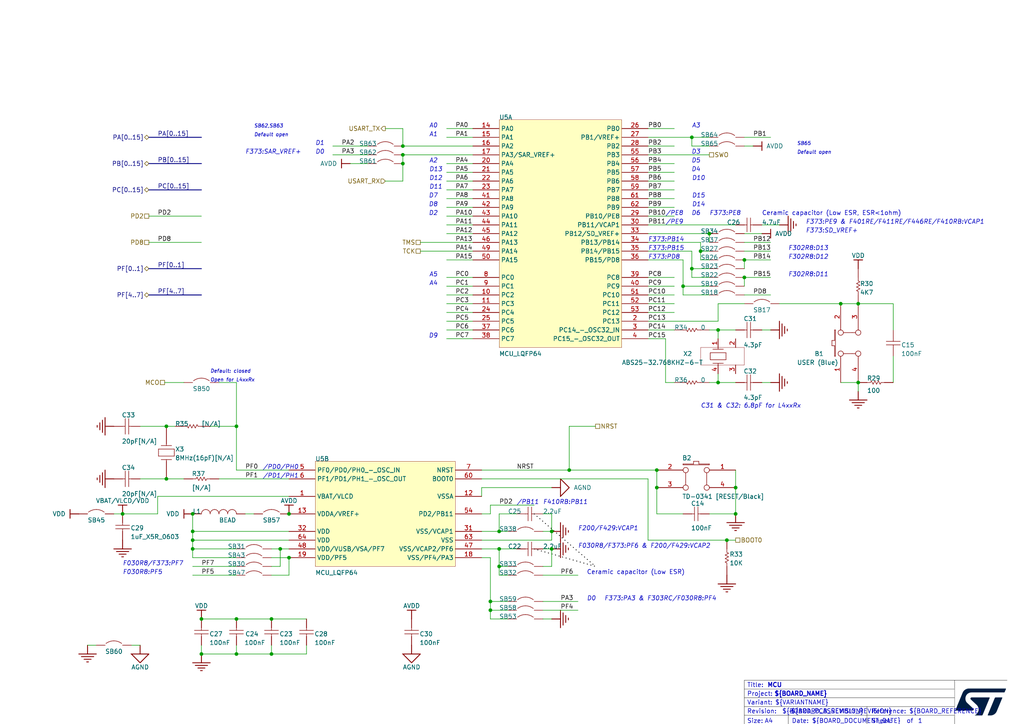
<source format=kicad_sch>
(kicad_sch (version 20250114) (generator "eeschema") (generator_version "9.0")
  (paper "A4")
  (title_block (title "MCU") (rev "C.3"))
  (lib_symbols
    (symbol "Top-altium-import:AGND_SIGNAL_GROUND" (power)
      (property "Value" "AGND" (at 0 -6.35 0))
      (symbol "AGND_SIGNAL_GROUND_0_0"
        (pin power_in line (at 0 0 0) (length 0) (hide yes) (name "AGND") (number ""))
      )
    )
    (symbol "Top-altium-import:AVDD_BAR" (power)
      (property "Value" "AVDD" (at 0 -3.81 0))
      (symbol "AVDD_BAR_0_0"
        (pin power_in line (at 0 0 0) (length 0) (hide yes) (name "AVDD") (number ""))
      )
    )
    (symbol "Top-altium-import:GND_POWER_GROUND" (power)
      (property "Value" "GND" (at 0 -6.35 0))
      (symbol "GND_POWER_GROUND_0_0"
        (pin power_in line (at 0 0 0) (length 0) (hide yes) (name "GND") (number ""))
      )
    )
    (symbol "Top-altium-import:U_MCU_64_0_Cap_2.2uF_X7R_10%_0805_MCD_TOOLS.SchLib" (pin_numbers (hide yes)) (pin_names (hide yes))
      (symbol "U_MCU_64_0_Cap_2.2uF_X7R_10%_0805_MCD_TOOLS.SchLib_1_0"
        (pin passive line (at -2.54 -2.54 0) (length 2.54) (name "1") (number "1"))
        (pin passive line (at 5.08 -2.54 180) (length 2.54) (name "2") (number "2"))
      )
    )
    (symbol "Top-altium-import:U_MCU_64_0_Circuit Breaker_MCD_TOOLS.SCHLIB" (pin_numbers (hide yes)) (pin_names (hide yes))
      (symbol "U_MCU_64_0_Circuit Breaker_MCD_TOOLS.SCHLIB_1_0"
        (pin passive line (at -2.54 -2.54 0) (length 2.54) (name "1") (number "1"))
        (pin passive line (at 7.62 -2.54 180) (length 2.54) (name "2") (number "2"))
      )
    )
    (symbol "Top-altium-import:U_MCU_64_0_Inductor_Miscellaneous Devices.IntLib" (pin_numbers (hide yes)) (pin_names (hide yes))
      (symbol "U_MCU_64_0_Inductor_Miscellaneous Devices.IntLib_1_0"
        (pin passive line (at -2.54 -2.54 0) (length 2.54) (name "1") (number "1"))
        (pin passive line (at 12.7 -2.54 180) (length 2.54) (name "2") (number "2"))
      )
    )
    (symbol "Top-altium-import:U_MCU_64_0_MC306_*" (pin_names (hide yes))
      (symbol "U_MCU_64_0_MC306_*_1_0"
        (pin passive line (at -2.54 5.08 270) (length 2.54) (name "1") (number "1"))
        (pin passive line (at -2.54 -5.08 90) (length 2.54) (name "4") (number "4"))
        (pin passive line (at 2.54 5.08 270) (length 2.54) (name "2") (number "2"))
        (pin passive line (at 2.54 -5.08 90) (length 2.54) (name "3") (number "3"))
      )
    )
    (symbol "Top-altium-import:U_MCU_64_0_MCU_LQFP64_MB1136.SCHLIB"
      (symbol "U_MCU_64_0_MCU_LQFP64_MB1136.SCHLIB_1_0"
        (pin passive line (at -7.62 -2.54 0) (length 7.62) (name "PA0") (number "14"))
        (pin passive line (at -7.62 -5.08 0) (length 7.62) (name "PA1") (number "15"))
        (pin passive line (at -7.62 -7.62 0) (length 7.62) (name "PA2") (number "16"))
        (pin passive line (at -7.62 -10.16 0) (length 7.62) (name "PA3/SAR_VREF+") (number "17"))
        (pin passive line (at -7.62 -12.7 0) (length 7.62) (name "PA4") (number "20"))
        (pin passive line (at -7.62 -15.24 0) (length 7.62) (name "PA5") (number "21"))
        (pin passive line (at -7.62 -17.78 0) (length 7.62) (name "PA6") (number "22"))
        (pin passive line (at -7.62 -20.32 0) (length 7.62) (name "PA7") (number "23"))
        (pin passive line (at -7.62 -22.86 0) (length 7.62) (name "PA8") (number "41"))
        (pin passive line (at -7.62 -25.4 0) (length 7.62) (name "PA9") (number "42"))
        (pin passive line (at -7.62 -27.94 0) (length 7.62) (name "PA10") (number "43"))
        (pin passive line (at -7.62 -30.48 0) (length 7.62) (name "PA11") (number "44"))
        (pin passive line (at -7.62 -33.02 0) (length 7.62) (name "PA12") (number "45"))
        (pin passive line (at -7.62 -35.56 0) (length 7.62) (name "PA13") (number "46"))
        (pin passive line (at -7.62 -38.1 0) (length 7.62) (name "PA14") (number "49"))
        (pin passive line (at -7.62 -40.64 0) (length 7.62) (name "PA15") (number "50"))
        (pin passive line (at -7.62 -45.72 0) (length 7.62) (name "PC0") (number "8"))
        (pin passive line (at -7.62 -48.26 0) (length 7.62) (name "PC1") (number "9"))
        (pin passive line (at -7.62 -50.8 0) (length 7.62) (name "PC2") (number "10"))
        (pin passive line (at -7.62 -53.34 0) (length 7.62) (name "PC3") (number "11"))
        (pin passive line (at -7.62 -55.88 0) (length 7.62) (name "PC4") (number "24"))
        (pin passive line (at -7.62 -58.42 0) (length 7.62) (name "PC5") (number "25"))
        (pin passive line (at -7.62 -60.96 0) (length 7.62) (name "PC6") (number "37"))
        (pin passive line (at -7.62 -63.5 0) (length 7.62) (name "PC7") (number "38"))
        (pin passive line (at 43.18 -2.54 180) (length 7.62) (name "PB0") (number "26"))
        (pin passive line (at 43.18 -5.08 180) (length 7.62) (name "PB1/VREF+") (number "27"))
        (pin passive line (at 43.18 -7.62 180) (length 7.62) (name "PB2") (number "28"))
        (pin passive line (at 43.18 -10.16 180) (length 7.62) (name "PB3") (number "55"))
        (pin passive line (at 43.18 -12.7 180) (length 7.62) (name "PB4") (number "56"))
        (pin passive line (at 43.18 -15.24 180) (length 7.62) (name "PB5") (number "57"))
        (pin passive line (at 43.18 -17.78 180) (length 7.62) (name "PB6") (number "58"))
        (pin passive line (at 43.18 -20.32 180) (length 7.62) (name "PB7") (number "59"))
        (pin passive line (at 43.18 -22.86 180) (length 7.62) (name "PB8") (number "61"))
        (pin passive line (at 43.18 -25.4 180) (length 7.62) (name "PB9") (number "62"))
        (pin passive line (at 43.18 -27.94 180) (length 7.62) (name "PB10/PE8") (number "29"))
        (pin passive line (at 43.18 -30.48 180) (length 7.62) (name "PB11/VCAP1") (number "30"))
        (pin passive line (at 43.18 -33.02 180) (length 7.62) (name "PB12/SD_VREF+") (number "33"))
        (pin passive line (at 43.18 -35.56 180) (length 7.62) (name "PB13/PB14") (number "34"))
        (pin passive line (at 43.18 -38.1 180) (length 7.62) (name "PB14/PB15") (number "35"))
        (pin passive line (at 43.18 -40.64 180) (length 7.62) (name "PB15/PD8") (number "36"))
        (pin passive line (at 43.18 -45.72 180) (length 7.62) (name "PC8") (number "39"))
        (pin passive line (at 43.18 -48.26 180) (length 7.62) (name "PC9") (number "40"))
        (pin passive line (at 43.18 -50.8 180) (length 7.62) (name "PC10") (number "51"))
        (pin passive line (at 43.18 -53.34 180) (length 7.62) (name "PC11") (number "52"))
        (pin passive line (at 43.18 -55.88 180) (length 7.62) (name "PC12") (number "53"))
        (pin passive line (at 43.18 -58.42 180) (length 7.62) (name "PC13") (number "2"))
        (pin passive line (at 43.18 -60.96 180) (length 7.62) (name "PC14_-_OSC32_IN") (number "3"))
        (pin passive line (at 43.18 -63.5 180) (length 7.62) (name "PC15_-_OSC32_OUT") (number "4"))
      )
      (symbol "U_MCU_64_0_MCU_LQFP64_MB1136.SCHLIB_2_0"
        (pin passive line (at -7.62 -2.54 0) (length 7.62) (name "PF0/PD0/PH0_-_OSC_IN") (number "5"))
        (pin passive line (at -7.62 -5.08 0) (length 7.62) (name "PF1/PD1/PH1_-_OSC_OUT") (number "6"))
        (pin passive line (at -7.62 -10.16 0) (length 7.62) (name "VBAT/VLCD") (number "1"))
        (pin passive line (at -7.62 -15.24 0) (length 7.62) (name "VDDA/VREF+") (number "13"))
        (pin passive line (at -7.62 -20.32 0) (length 7.62) (name "VDD") (number "32"))
        (pin passive line (at -7.62 -22.86 0) (length 7.62) (name "VDD") (number "64"))
        (pin passive line (at -7.62 -25.4 0) (length 7.62) (name "VDD/VUSB/VSA/PF7") (number "48"))
        (pin passive line (at -7.62 -27.94 0) (length 7.62) (name "VDD/PF5") (number "19"))
        (pin passive line (at 48.26 -2.54 180) (length 7.62) (name "NRST") (number "7"))
        (pin passive line (at 48.26 -5.08 180) (length 7.62) (name "BOOT0") (number "60"))
        (pin passive line (at 48.26 -10.16 180) (length 7.62) (name "VSSA") (number "12"))
        (pin passive line (at 48.26 -15.24 180) (length 7.62) (name "PD2/PB11") (number "54"))
        (pin passive line (at 48.26 -20.32 180) (length 7.62) (name "VSS/VCAP1") (number "31"))
        (pin passive line (at 48.26 -22.86 180) (length 7.62) (name "VSS") (number "63"))
        (pin passive line (at 48.26 -25.4 180) (length 7.62) (name "VSS/VCAP2/PF6") (number "47"))
        (pin passive line (at 48.26 -27.94 180) (length 7.62) (name "VSS/PF4/PA3") (number "18"))
      )
    )
    (symbol "Top-altium-import:U_MCU_64_0_Res1_Miscellaneous Devices.IntLib_0" (pin_numbers (hide yes)) (pin_names (hide yes))
      (symbol "U_MCU_64_0_Res1_Miscellaneous Devices.IntLib_0_1_0"
        (pin passive line (at -2.54 -2.54 0) (length 2.54) (name "1") (number "1"))
        (pin passive line (at 7.62 -2.54 180) (length 2.54) (name "2") (number "2"))
      )
    )
    (symbol "Top-altium-import:U_MCU_64_0_mirrored_CAP_Miscellaneous Devices.IntLib" (pin_numbers (hide yes)) (pin_names (hide yes))
      (symbol "U_MCU_64_0_mirrored_CAP_Miscellaneous Devices.IntLib_1_0"
        (pin passive line (at -5.08 -2.54 0) (length 2.54) (name "2") (number "2"))
        (pin passive line (at 2.54 -2.54 180) (length 2.54) (name "1") (number "1"))
      )
    )
    (symbol "Top-altium-import:U_MCU_64_0_mirrored_SW PUSHBUTTON_Documents.SCHLIB" (pin_names (hide yes))
      (symbol "U_MCU_64_0_mirrored_SW PUSHBUTTON_Documents.SCHLIB_1_0"
        (pin passive line (at -15.24 -2.54 0) (length 7.62) (name "B0") (number "2"))
        (pin passive line (at -15.24 -7.62 0) (length 7.62) (name "B1") (number "3"))
        (pin passive line (at 7.62 -2.54 180) (length 7.62) (name "A0") (number "1"))
        (pin passive line (at 7.62 -7.62 180) (length 7.62) (name "A1") (number "4"))
      )
    )
    (symbol "Top-altium-import:U_MCU_64_1_CAP_Miscellaneous Devices.IntLib" (pin_numbers (hide yes)) (pin_names (hide yes))
      (symbol "U_MCU_64_1_CAP_Miscellaneous Devices.IntLib_1_0"
        (pin passive line (at 2.54 5.08 270) (length 2.54) (name "2") (number "2"))
        (pin passive line (at 2.54 -2.54 90) (length 2.54) (name "1") (number "1"))
      )
    )
    (symbol "Top-altium-import:U_MCU_64_1_SW PUSHBUTTON_Documents.SCHLIB" (pin_names (hide yes))
      (symbol "U_MCU_64_1_SW PUSHBUTTON_Documents.SCHLIB_1_0"
        (pin passive line (at 2.54 15.24 270) (length 7.62) (name "B0") (number "2"))
        (pin passive line (at 2.54 -7.62 90) (length 7.62) (name "A0") (number "1"))
        (pin passive line (at 7.62 15.24 270) (length 7.62) (name "B1") (number "3"))
        (pin passive line (at 7.62 -7.62 90) (length 7.62) (name "A1") (number "4"))
      )
    )
    (symbol "Top-altium-import:U_MCU_64_1_mirrored_CAP_*" (pin_numbers (hide yes)) (pin_names (hide yes))
      (symbol "U_MCU_64_1_mirrored_CAP_*_1_0"
        (pin passive line (at -2.54 -2.54 0) (length 2.54) (name "1") (number "1"))
        (pin passive line (at 5.08 -2.54 180) (length 2.54) (name "2") (number "2"))
      )
    )
    (symbol "Top-altium-import:U_MCU_64_1_mirrored_CRYSTAL_*_0" (pin_numbers (hide yes)) (pin_names (hide yes))
      (symbol "U_MCU_64_1_mirrored_CRYSTAL_*_0_1_0"
        (pin passive line (at -2.54 10.16 270) (length 5.08) (name "2") (number "2"))
        (pin passive line (at -2.54 -5.08 90) (length 5.08) (name "1") (number "1"))
      )
    )
    (symbol "Top-altium-import:U_MCU_64_1_res1_Miscellaneous Devices.IntLib_0" (pin_numbers (hide yes)) (pin_names (hide yes))
      (symbol "U_MCU_64_1_res1_Miscellaneous Devices.IntLib_0_1_0"
        (pin passive line (at 2.54 7.62 270) (length 2.54) (name "2") (number "2"))
        (pin passive line (at 2.54 -2.54 90) (length 2.54) (name "1") (number "1"))
      )
    )
    (symbol "Top-altium-import:U_MCU_64_2_Res1_Miscellaneous Devices.IntLib_0" (pin_numbers (hide yes)) (pin_names (hide yes))
      (symbol "U_MCU_64_2_Res1_Miscellaneous Devices.IntLib_0_1_0"
        (pin passive line (at -7.62 2.54 0) (length 2.54) (name "2") (number "2"))
        (pin passive line (at 2.54 2.54 180) (length 2.54) (name "1") (number "1"))
      )
    )
    (symbol "Top-altium-import:U_MCU_64_2_mirrored_Res1_Miscellaneous Devices.IntLib_0" (pin_numbers (hide yes)) (pin_names (hide yes))
      (symbol "U_MCU_64_2_mirrored_Res1_Miscellaneous Devices.IntLib_0_1_0"
        (pin passive line (at -7.62 -2.54 0) (length 2.54) (name "2") (number "2"))
        (pin passive line (at 2.54 -2.54 180) (length 2.54) (name "1") (number "1"))
      )
    )
    (symbol "Top-altium-import:U_MCU_64_3_CAP SMD 0603  X5R 1µF 25V 10%_MB963_1.SCHLIB" (pin_numbers (hide yes)) (pin_names (hide yes))
      (symbol "U_MCU_64_3_CAP SMD 0603  X5R 1µF 25V 10%_MB963_1.SCHLIB_1_0"
        (pin passive line (at 0 0 270) (length 2.54) (name "1") (number "1"))
        (pin passive line (at 0 -7.62 90) (length 2.54) (name "2") (number "2"))
      )
    )
    (symbol "Top-altium-import:U_MCU_64_3_CAP_*_0" (pin_numbers (hide yes)) (pin_names (hide yes))
      (symbol "U_MCU_64_3_CAP_*_0_1_0"
        (pin passive line (at -5.08 -2.54 0) (length 2.54) (name "2") (number "2"))
        (pin passive line (at 2.54 -2.54 180) (length 2.54) (name "1") (number "1"))
      )
    )
    (symbol "Top-altium-import:U_MCU_64_3_Cap_Miscellaneous Devices.IntLib" (pin_numbers (hide yes)) (pin_names (hide yes))
      (symbol "U_MCU_64_3_Cap_Miscellaneous Devices.IntLib_1_0"
        (pin passive line (at -2.54 2.54 270) (length 2.54) (name "1") (number "1"))
        (pin passive line (at -2.54 -5.08 90) (length 2.54) (name "2") (number "2"))
      )
    )
    (symbol "Top-altium-import:U_MCU_64_3_res1_Miscellaneous Devices.IntLib_0" (pin_numbers (hide yes)) (pin_names (hide yes))
      (symbol "U_MCU_64_3_res1_Miscellaneous Devices.IntLib_0_1_0"
        (pin passive line (at -2.54 2.54 270) (length 2.54) (name "1") (number "1"))
        (pin passive line (at -2.54 -7.62 90) (length 2.54) (name "2") (number "2"))
      )
    )
    (symbol "Top-altium-import:VBAT/VLCD/VDD_BAR" (power)
      (property "Value" "VBAT/VLCD/VDD" (at 0 -3.81 0))
      (symbol "VBAT/VLCD/VDD_BAR_0_0"
        (pin power_in line (at 0 0 0) (length 0) (hide yes) (name "VBAT/VLCD/VDD") (number ""))
      )
    )
    (symbol "Top-altium-import:VDD_BAR" (power)
      (property "Value" "VDD" (at 0 -3.81 0))
      (symbol "VDD_BAR_0_0"
        (pin power_in line (at 0 0 0) (length 0) (hide yes) (name "VDD") (number ""))
      )
    )
  )
  (text "Open for L4xxRx" (at 60.96 110.9472 0) (effects (font (size 1.016 1.016) (italic yes)) (justify left bottom)))
  (text "/PB11" (at 149.86 146.5072 0) (effects (font (size 1.27 1.27) (italic yes)) (justify left bottom)))
  (text "D10" (at 200.66 52.5272 0) (effects (font (size 1.27 1.27) (italic yes)) (justify left bottom)))
  (text "/PD1/PH1" (at 76.2 138.8872 0) (effects (font (size 1.27 1.27) (italic yes)) (justify left bottom)))
  (text "F030R8:PF5" (at 35.56 166.8272 0) (effects (font (size 1.27 1.27) (italic yes)) (justify left bottom)))
  (text "A1" (at 124.46 39.8272 0) (effects (font (size 1.27 1.27) (italic yes)) (justify left bottom)))
  (text "D13" (at 124.46 49.9872 0) (effects (font (size 1.27 1.27) (italic yes)) (justify left bottom)))
  (text "D15" (at 200.66 57.6072 0) (effects (font (size 1.27 1.27) (italic yes)) (justify left bottom)))
  (text "/PE9" (at 193.04 65.2272 0) (effects (font (size 1.27 1.27) (italic yes)) (justify left bottom)))
  (text "${#}" (at 259.588 210.0072 0) (effects (font (size 1.27 1.27)) (justify left bottom)))
  (text "D5" (at 203.2 47.4472 0) (effects (font (size 1.27 1.27) (italic yes)) (justify right bottom)))
  (text "D6" (at 203.2 62.6872 0) (effects (font (size 1.27 1.27) (italic yes)) (justify right bottom)))
  (text "Date:" (at 229.616 210.0072 0) (effects (font (size 1.27 1.27)) (justify left bottom)))
  (text "F373:PB15" (at 187.96 72.8472 0) (effects (font (size 1.27 1.27) (italic yes)) (justify left bottom)))
  (text "D0" (at 91.44 44.9072 0) (effects (font (size 1.27 1.27) (italic yes)) (justify left bottom)))
  (text "F373:SD_VREF+" (at 233.68 67.7672 0) (effects (font (size 1.27 1.27) (italic yes)) (justify left bottom)))
  (text "Reference:" (at 252.73 207.2132 0) (effects (font (size 1.27 1.27)) (justify left bottom)))
  (text "/PD0/PH0" (at 76.2 136.3472 0) (effects (font (size 1.27 1.27) (italic yes)) (justify left bottom)))
  (text "${BOARD_PCB_REVISION}" (at 226.822 207.2132 0) (effects (font (size 1.27 1.27)) (justify left bottom)))
  (text "D4" (at 203.2 49.9872 0) (effects (font (size 1.27 1.27) (italic yes)) (justify right bottom)))
  (text "A2" (at 124.46 47.4472 0) (effects (font (size 1.27 1.27) (italic yes)) (justify left bottom)))
  (text "A5" (at 124.46 80.4672 0) (effects (font (size 1.27 1.27) (italic yes)) (justify left bottom)))
  (text "/PE8" (at 193.04 62.6872 0) (effects (font (size 1.27 1.27) (italic yes)) (justify left bottom)))
  (text "${BOARD_ASSEMBLY_REVISION}" (at 229.362 207.2132 0) (effects (font (size 1.27 1.27)) (justify left bottom)))
  (text "Variant:" (at 216.662 204.6732 0) (effects (font (size 1.27 1.27)) (justify left bottom)))
  (text "D0" (at 170.18 174.4472 0) (effects (font (size 1.27 1.27) (italic yes)) (justify left bottom)))
  (text "of" (at 262.89 210.0072 0) (effects (font (size 1.27 1.27)) (justify left bottom)))
  (text "D2" (at 127 62.6872 0) (effects (font (size 1.27 1.27) (italic yes)) (justify right bottom)))
  (text "D8" (at 127 60.1472 0) (effects (font (size 1.27 1.27) (italic yes)) (justify right bottom)))
  (text "D1" (at 91.44 42.3672 0) (effects (font (size 1.27 1.27) (italic yes)) (justify left bottom)))
  (text "SB62,SB63" (at 73.66 37.2872 0) (effects (font (size 1.016 1.016) (italic yes)) (justify left bottom)))
  (text "D11" (at 124.46 55.0672 0) (effects (font (size 1.27 1.27) (italic yes)) (justify left bottom)))
  (text "F030R8/F373:PF7" (at 35.56 164.2872 0) (effects (font (size 1.27 1.27) (italic yes)) (justify left bottom)))
  (text "D12" (at 124.46 52.5272 0) (effects (font (size 1.27 1.27) (italic yes)) (justify left bottom)))
  (text "F373:PE8" (at 205.74 62.6872 0) (effects (font (size 1.27 1.27) (italic yes)) (justify left bottom)))
  (text "D7" (at 127 57.6072 0) (effects (font (size 1.27 1.27) (italic yes)) (justify right bottom)))
  (text "A0" (at 124.46 37.2872 0) (effects (font (size 1.27 1.27) (italic yes)) (justify left bottom)))
  (text "Ceramic capacitor (Low ESR, ESR<1ohm)" (at 220.98 62.6872 0) (effects (font (size 1.27 1.27)) (justify left bottom)))
  (text "A4" (at 221.742 210.0072 0) (effects (font (size 1.27 1.27)) (justify left bottom)))
  (text "-" (at 228.6 207.2132 0) (effects (font (size 1.27 1.27)) (justify left bottom)))
  (text "${BOARD_DOCUMENT_DATE}" (at 235.458 210.0072 0) (effects (font (size 1.27 1.27)) (justify left bottom)))
  (text "D9" (at 127 98.2472 0) (effects (font (size 1.27 1.27) (italic yes)) (justify right bottom)))
  (text "F373:PE9 & F401RE/F411RE/F446RE/F410RB:VCAP1" (at 233.68 65.2272 0) (effects (font (size 1.27 1.27) (italic yes)) (justify left bottom)))
  (text "Default open" (at 73.66 39.8272 0) (effects (font (size 1.016 1.016) (italic yes)) (justify left bottom)))
  (text "F373:PA3 & F303RC/F030R8:PF4" (at 175.26 174.4472 0) (effects (font (size 1.27 1.27) (italic yes)) (justify left bottom)))
  (text "SB65" (at 231.14 42.3672 0) (effects (font (size 1.016 1.016) (italic yes)) (justify left bottom)))
  (text "A3" (at 200.66 37.2872 0) (effects (font (size 1.27 1.27) (italic yes)) (justify left bottom)))
  (text "A4" (at 124.46 83.0072 0) (effects (font (size 1.27 1.27) (italic yes)) (justify left bottom)))
  (text "C31 & C32: 6.8pF for L4xxRx" (at 203.2 118.5672 0) (effects (font (size 1.27 1.27) (italic yes)) (justify left bottom)))
  (text "Ceramic capacitor (Low ESR)" (at 170.18 166.8272 0) (effects (font (size 1.27 1.27)) (justify left bottom)))
  (text "${BOARD_REFERENCE}" (at 263.652 207.2132 0) (effects (font (size 1.27 1.27)) (justify left bottom)))
  (text "${BOARD_NAME}" (at 224.536 202.1332 0) (effects (font (size 1.27 1.27) (thickness 0.254) (bold yes)) (justify left bottom)))
  (text "F302R8:D11" (at 228.6 80.4672 0) (effects (font (size 1.27 1.27) (italic yes)) (justify left bottom)))
  (text "F410RB:PB11" (at 157.48 146.5072 0) (effects (font (size 1.27 1.27) (italic yes)) (justify left bottom)))
  (text "D14" (at 200.66 60.1472 0) (effects (font (size 1.27 1.27) (italic yes)) (justify left bottom)))
  (text "${TITLE}" (at 222.504 199.5932 0) (effects (font (size 1.27 1.27) (thickness 0.254) (bold yes)) (justify left bottom)))
  (text "F373:SAR_VREF+" (at 71.12 44.9072 0) (effects (font (size 1.27 1.27) (italic yes)) (justify left bottom)))
  (text "Size:" (at 216.662 210.0072 0) (effects (font (size 1.27 1.27)) (justify left bottom)))
  (text "${VARIANTNAME}" (at 224.79 204.6732 0) (effects (font (size 1.27 1.27)) (justify left bottom)))
  (text "F373:PD8" (at 187.96 75.3872 0) (effects (font (size 1.27 1.27) (italic yes)) (justify left bottom)))
  (text "F302R8:D13" (at 228.6 72.8472 0) (effects (font (size 1.27 1.27) (italic yes)) (justify left bottom)))
  (text "F200/F429:VCAP1" (at 167.64 154.1272 0) (effects (font (size 1.27 1.27) (italic yes)) (justify left bottom)))
  (text "Default: closed" (at 60.96 108.4072 0) (effects (font (size 1.016 1.016) (italic yes)) (justify left bottom)))
  (text "Title:" (at 216.662 199.5932 0) (effects (font (size 1.27 1.27)) (justify left bottom)))
  (text "Revision:" (at 216.662 207.2132 0) (effects (font (size 1.27 1.27)) (justify left bottom)))
  (text "Sheet:" (at 252.73 210.0072 0) (effects (font (size 1.27 1.27)) (justify left bottom)))
  (text "${##}" (at 266.192 210.0072 0) (effects (font (size 1.27 1.27)) (justify left bottom)))
  (text "Project:" (at 216.662 202.1332 0) (effects (font (size 1.27 1.27)) (justify left bottom)))
  (text "F373:PB14" (at 187.96 70.3072 0) (effects (font (size 1.27 1.27) (italic yes)) (justify left bottom)))
  (text "Default open" (at 231.14 44.9072 0) (effects (font (size 1.016 1.016) (italic yes)) (justify left bottom)))
  (text "F302R8:D12" (at 228.6 75.3872 0) (effects (font (size 1.27 1.27) (italic yes)) (justify left bottom)))
  (text "F030R8/F373:PF6 & F200/F429:VCAP2" (at 167.64 159.2072 0) (effects (font (size 1.27 1.27) (italic yes)) (justify left bottom)))
  (text "D3" (at 203.2 44.9072 0) (effects (font (size 1.27 1.27) (italic yes)) (justify right bottom)))
  (junction (at 213.36 149.0472))
  (junction (at 160.02 154.1272))
  (junction (at 55.88 149.0472))
  (junction (at 205.74 67.7672))
  (junction (at 81.28 159.2072))
  (junction (at 116.84 44.9072))
  (junction (at 78.74 189.6872))
  (junction (at 248.92 88.0872))
  (junction (at 144.78 159.2072))
  (junction (at 78.74 179.5272))
  (junction (at 68.58 189.6872))
  (junction (at 243.84 88.0872))
  (junction (at 55.88 159.2072))
  (junction (at 248.92 110.9472))
  (junction (at 208.28 95.7072))
  (junction (at 116.84 47.4472))
  (junction (at 68.58 123.6472))
  (junction (at 190.5 141.4272))
  (junction (at 48.26 138.8872))
  (junction (at 144.78 164.2872))
  (junction (at 83.82 149.0472))
  (junction (at 198.12 83.0072))
  (junction (at 165.1 136.3472))
  (junction (at 200.66 77.9272))
  (junction (at 215.9 80.4672))
  (junction (at 213.36 141.4272))
  (junction (at 116.84 42.3672))
  (junction (at 144.78 154.1272))
  (junction (at 142.24 174.4472))
  (junction (at 68.58 179.5272))
  (junction (at 160.02 159.2072))
  (junction (at 48.26 123.6472))
  (junction (at 200.66 39.8272))
  (junction (at 83.82 161.7472))
  (junction (at 55.88 156.6672))
  (junction (at 190.5 136.3472))
  (junction (at 215.9 75.3872))
  (junction (at 142.24 176.9872))
  (junction (at 58.42 179.5272))
  (junction (at 210.82 156.6672))
  (junction (at 35.56 149.0472))
  (junction (at 55.88 154.1272))
  (junction (at 208.28 110.9472))
  (junction (at 203.2 72.8472))
  (junction (at 58.42 189.6872))
  (wire (pts (xy 203.2 75.3872) (xy 205.74 75.3872)))
  (wire (pts (xy 200.66 80.4672) (xy 205.74 80.4672)))
  (wire (pts (xy 248.92 110.9472) (xy 243.84 110.9472)))
  (wire (pts (xy 35.56 149.0472) (xy 45.72 149.0472)))
  (bus (pts (xy 43.18 77.9272) (xy 58.42 77.9272)) (stroke (width 0.254)))
  (wire (pts (xy 195.58 37.2872) (xy 187.96 37.2872)))
  (bus (pts (xy 43.18 39.8272) (xy 58.42 39.8272)) (stroke (width 0.254)))
  (wire (pts (xy 58.42 70.3072) (xy 43.18 70.3072)))
  (wire (pts (xy 223.52 70.3072) (xy 215.9 70.3072)))
  (wire (pts (xy 187.96 67.7672) (xy 205.74 67.7672)))
  (wire (pts (xy 137.16 90.6272) (xy 129.54 90.6272)))
  (wire (pts (xy 195.58 62.6872) (xy 187.96 62.6872)))
  (wire (pts (xy 139.7 156.6672) (xy 160.02 156.6672)))
  (wire (pts (xy 187.96 70.3072) (xy 203.2 70.3072)))
  (wire (pts (xy 200.66 39.8272) (xy 200.66 42.3672)))
  (bus (pts (xy 43.18 47.4472) (xy 58.42 47.4472)) (stroke (width 0.254)))
  (wire (pts (xy 215.9 39.8272) (xy 223.52 39.8272)))
  (wire (pts (xy 195.58 52.5272) (xy 187.96 52.5272)))
  (wire (pts (xy 198.12 83.0072) (xy 198.12 85.5472)))
  (wire (pts (xy 137.16 65.2272) (xy 129.54 65.2272)))
  (wire (pts (xy 243.84 88.0872) (xy 226.06 88.0872)))
  (wire (pts (xy 68.58 161.7472) (xy 55.88 161.7472)))
  (wire (pts (xy 88.9 179.5272) (xy 78.74 179.5272)))
  (wire (pts (xy 220.98 110.9472) (xy 223.52 110.9472)))
  (wire (pts (xy 116.84 37.2872) (xy 111.76 37.2872)))
  (wire (pts (xy 160.02 154.1272) (xy 160.02 149.0472)))
  (wire (pts (xy 208.28 95.7072) (xy 213.36 95.7072)))
  (wire (pts (xy 208.28 93.1672) (xy 187.96 93.1672)))
  (wire (pts (xy 198.12 83.0072) (xy 205.74 83.0072)))
  (wire (pts (xy 53.34 138.8872) (xy 48.26 138.8872)))
  (wire (pts (xy 200.66 72.8472) (xy 200.66 77.9272)))
  (wire (pts (xy 200.66 42.3672) (xy 205.74 42.3672)))
  (wire (pts (xy 160.02 164.2872) (xy 160.02 159.2072)))
  (wire (pts (xy 259.08 95.7072) (xy 259.08 88.0872)))
  (wire (pts (xy 137.16 88.0872) (xy 129.54 88.0872)))
  (wire (pts (xy 68.58 123.6472) (xy 68.58 136.3472)))
  (wire (pts (xy 137.16 70.3072) (xy 121.92 70.3072)))
  (wire (pts (xy 68.58 136.3472) (xy 83.82 136.3472)))
  (wire (pts (xy 55.88 156.6672) (xy 83.82 156.6672)))
  (wire (pts (xy 88.9 189.6872) (xy 78.74 189.6872)))
  (wire (pts (xy 33.02 149.0472) (xy 35.56 149.0472)))
  (wire (pts (xy 101.6 47.4472) (xy 106.68 47.4472)))
  (wire (pts (xy 205.74 67.7672) (xy 205.74 70.3072)))
  (polyline (pts (xy 276.86 197.3072) (xy 276.86 210.0072)) (stroke (width 0.0254) (type solid) (color 0 0 0 1)))
  (wire (pts (xy 218.44 42.3672) (xy 215.9 42.3672)))
  (wire (pts (xy 58.42 189.6872) (xy 58.42 187.1472)))
  (polyline (pts (xy 154.94 159.2072) (xy 172.72 164.2872)) (stroke (width 0.254) (type dot) (color 0 0 0 1)))
  (wire (pts (xy 137.16 93.1672) (xy 129.54 93.1672)))
  (wire (pts (xy 137.16 80.4672) (xy 129.54 80.4672)))
  (wire (pts (xy 149.86 149.0472) (xy 144.78 149.0472)))
  (wire (pts (xy 55.88 154.1272) (xy 55.88 149.0472)))
  (wire (pts (xy 248.92 88.0872) (xy 243.84 88.0872)))
  (wire (pts (xy 215.9 85.5472) (xy 223.52 85.5472)))
  (wire (pts (xy 195.58 57.6072) (xy 187.96 57.6072)))
  (wire (pts (xy 68.58 189.6872) (xy 58.42 189.6872)))
  (polyline (pts (xy 228.6 207.4672) (xy 228.6 210.0072)) (stroke (width 0.0254) (type solid) (color 0 0 0 1)))
  (wire (pts (xy 160.02 149.0472) (xy 157.48 149.0472)))
  (wire (pts (xy 137.16 67.7672) (xy 129.54 67.7672)))
  (wire (pts (xy 215.9 83.0072) (xy 215.9 80.4672)))
  (wire (pts (xy 137.16 95.7072) (xy 129.54 95.7072)))
  (wire (pts (xy 195.58 49.9872) (xy 187.96 49.9872)))
  (wire (pts (xy 157.48 166.8272) (xy 167.64 166.8272)))
  (wire (pts (xy 147.32 176.9872) (xy 142.24 176.9872)))
  (wire (pts (xy 144.78 159.2072) (xy 144.78 164.2872)))
  (polyline (pts (xy 251.46 204.9272) (xy 251.46 210.0072)) (stroke (width 0.0254) (type solid) (color 0 0 0 1)))
  (wire (pts (xy 203.2 72.8472) (xy 203.2 75.3872)))
  (wire (pts (xy 137.16 72.8472) (xy 121.92 72.8472)))
  (wire (pts (xy 195.58 55.0672) (xy 187.96 55.0672)))
  (wire (pts (xy 200.66 39.8272) (xy 187.96 39.8272)))
  (wire (pts (xy 116.84 42.3672) (xy 116.84 37.2872)))
  (wire (pts (xy 203.2 70.3072) (xy 203.2 72.8472)))
  (wire (pts (xy 142.24 179.5272) (xy 147.32 179.5272)))
  (wire (pts (xy 68.58 166.8272) (xy 55.88 166.8272)))
  (wire (pts (xy 137.16 39.8272) (xy 129.54 39.8272)))
  (wire (pts (xy 78.74 189.6872) (xy 78.74 187.1472)))
  (wire (pts (xy 137.16 98.2472) (xy 129.54 98.2472)))
  (wire (pts (xy 68.58 179.5272) (xy 58.42 179.5272)))
  (polyline (pts (xy 292.1 197.3072) (xy 215.9 197.3072)) (stroke (width 0.0254) (type solid) (color 0 0 0 1)))
  (wire (pts (xy 205.74 39.8272) (xy 200.66 39.8272)))
  (wire (pts (xy 81.28 159.2072) (xy 83.82 159.2072)))
  (wire (pts (xy 88.9 187.1472) (xy 88.9 189.6872)))
  (wire (pts (xy 195.58 83.0072) (xy 187.96 83.0072)))
  (wire (pts (xy 187.96 65.2272) (xy 213.36 65.2272)))
  (wire (pts (xy 83.82 161.7472) (xy 83.82 166.8272)))
  (wire (pts (xy 210.82 156.6672) (xy 213.36 156.6672)))
  (bus (pts (xy 43.18 55.0672) (xy 58.42 55.0672)) (stroke (width 0.254)))
  (wire (pts (xy 215.9 72.8472) (xy 223.52 72.8472)))
  (wire (pts (xy 137.16 85.5472) (xy 129.54 85.5472)))
  (wire (pts (xy 139.7 143.9672) (xy 139.7 141.4272)))
  (wire (pts (xy 45.72 149.0472) (xy 45.72 143.9672)))
  (wire (pts (xy 55.88 154.1272) (xy 83.82 154.1272)))
  (wire (pts (xy 215.9 80.4672) (xy 223.52 80.4672)))
  (wire (pts (xy 190.5 149.0472) (xy 198.12 149.0472)))
  (wire (pts (xy 195.58 88.0872) (xy 187.96 88.0872)))
  (wire (pts (xy 142.24 174.4472) (xy 142.24 176.9872)))
  (wire (pts (xy 208.28 88.0872) (xy 208.28 93.1672)))
  (wire (pts (xy 213.36 149.0472) (xy 205.74 149.0472)))
  (wire (pts (xy 187.96 156.6672) (xy 210.82 156.6672)))
  (wire (pts (xy 220.98 95.7072) (xy 223.52 95.7072)))
  (wire (pts (xy 139.7 149.0472) (xy 142.24 149.0472)))
  (wire (pts (xy 68.58 110.9472) (xy 63.5 110.9472)))
  (wire (pts (xy 195.58 110.9472) (xy 193.04 110.9472)))
  (wire (pts (xy 205.74 77.9272) (xy 200.66 77.9272)))
  (wire (pts (xy 190.5 141.4272) (xy 190.5 149.0472)))
  (wire (pts (xy 198.12 85.5472) (xy 205.74 85.5472)))
  (wire (pts (xy 137.16 47.4472) (xy 129.54 47.4472)))
  (wire (pts (xy 144.78 149.0472) (xy 144.78 154.1272)))
  (wire (pts (xy 45.72 143.9672) (xy 83.82 143.9672)))
  (wire (pts (xy 200.66 77.9272) (xy 200.66 80.4672)))
  (wire (pts (xy 139.7 141.4272) (xy 160.02 141.4272)))
  (wire (pts (xy 157.48 164.2872) (xy 160.02 164.2872)))
  (wire (pts (xy 58.42 62.6872) (xy 43.18 62.6872)))
  (wire (pts (xy 137.16 55.0672) (xy 129.54 55.0672)))
  (wire (pts (xy 248.92 113.4872) (xy 248.92 110.9472)))
  (wire (pts (xy 68.58 123.6472) (xy 68.58 110.9472)))
  (polyline (pts (xy 215.9 202.3872) (xy 276.86 202.3872)) (stroke (width 0.0254) (type solid) (color 0 0 0 1)))
  (wire (pts (xy 55.88 161.7472) (xy 55.88 159.2072)))
  (wire (pts (xy 106.68 44.9072) (xy 96.52 44.9072)))
  (polyline (pts (xy 215.9 204.9272) (xy 276.86 204.9272)) (stroke (width 0.0254) (type solid) (color 0 0 0 1)))
  (wire (pts (xy 213.36 141.4272) (xy 213.36 149.0472)))
  (wire (pts (xy 157.48 176.9872) (xy 167.64 176.9872)))
  (wire (pts (xy 215.9 67.7672) (xy 220.98 67.7672)))
  (wire (pts (xy 38.1 187.1472) (xy 40.64 187.1472)))
  (wire (pts (xy 53.34 110.9472) (xy 47.752 110.9472)))
  (wire (pts (xy 137.16 49.9872) (xy 129.54 49.9872)))
  (wire (pts (xy 48.26 123.6472) (xy 50.8 123.6472)))
  (wire (pts (xy 205.74 95.7072) (xy 208.28 95.7072)))
  (wire (pts (xy 55.88 156.6672) (xy 55.88 154.1272)))
  (wire (pts (xy 223.52 75.3872) (xy 215.9 75.3872)))
  (wire (pts (xy 208.28 110.9472) (xy 208.28 108.4072)))
  (wire (pts (xy 137.16 42.3672) (xy 116.84 42.3672)))
  (wire (pts (xy 165.1 123.6472) (xy 172.72 123.6472)))
  (wire (pts (xy 190.5 136.3472) (xy 190.5 141.4272)))
  (wire (pts (xy 259.08 103.3272) (xy 259.08 110.9472)))
  (wire (pts (xy 137.16 62.6872) (xy 129.54 62.6872)))
  (polyline (pts (xy 276.86 199.8472) (xy 215.9 199.8472)) (stroke (width 0.0254) (type solid) (color 0 0 0 1)))
  (wire (pts (xy 142.24 161.7472) (xy 142.24 174.4472)))
  (wire (pts (xy 116.84 47.4472) (xy 116.84 52.5272)))
  (wire (pts (xy 147.32 164.2872) (xy 144.78 164.2872)))
  (wire (pts (xy 142.24 176.9872) (xy 142.24 179.5272)))
  (wire (pts (xy 137.16 83.0072) (xy 129.54 83.0072)))
  (wire (pts (xy 68.58 164.2872) (xy 55.88 164.2872)))
  (wire (pts (xy 160.02 179.5272) (xy 157.48 179.5272)))
  (wire (pts (xy 60.96 123.6472) (xy 68.58 123.6472)))
  (wire (pts (xy 165.1 136.3472) (xy 190.5 136.3472)))
  (wire (pts (xy 144.78 159.2072) (xy 149.86 159.2072)))
  (wire (pts (xy 195.58 60.1472) (xy 187.96 60.1472)))
  (wire (pts (xy 144.78 154.1272) (xy 147.32 154.1272)))
  (polyline (pts (xy 215.9 197.3072) (xy 215.9 210.0072)) (stroke (width 0.0254) (type solid) (color 0 0 0 1)))
  (wire (pts (xy 193.04 110.9472) (xy 193.04 98.2472)))
  (wire (pts (xy 160.02 156.6672) (xy 160.02 154.1272)))
  (polyline (pts (xy 215.9 207.4672) (xy 276.86 207.4672)) (stroke (width 0.0254) (type solid) (color 0 0 0 1)))
  (wire (pts (xy 116.84 44.9072) (xy 116.84 47.4472)))
  (wire (pts (xy 73.66 149.0472) (xy 71.12 149.0472)))
  (wire (pts (xy 187.96 75.3872) (xy 198.12 75.3872)))
  (wire (pts (xy 137.16 37.2872) (xy 129.54 37.2872)))
  (wire (pts (xy 78.74 159.2072) (xy 81.28 159.2072)))
  (wire (pts (xy 139.7 138.8872) (xy 187.96 138.8872)))
  (polyline (pts (xy 154.94 149.0472) (xy 172.72 164.2872)) (stroke (width 0.254) (type dot) (color 0 0 0 1)))
  (wire (pts (xy 157.48 174.4472) (xy 167.64 174.4472)))
  (wire (pts (xy 106.68 42.3672) (xy 96.52 42.3672)))
  (wire (pts (xy 195.58 47.4472) (xy 187.96 47.4472)))
  (wire (pts (xy 63.5 138.8872) (xy 83.82 138.8872)))
  (wire (pts (xy 160.02 154.1272) (xy 157.48 154.1272)))
  (wire (pts (xy 78.74 179.5272) (xy 68.58 179.5272)))
  (wire (pts (xy 205.74 44.9072) (xy 187.96 44.9072)))
  (wire (pts (xy 195.58 80.4672) (xy 187.96 80.4672)))
  (wire (pts (xy 48.26 138.8872) (xy 40.64 138.8872)))
  (wire (pts (xy 83.82 166.8272) (xy 78.74 166.8272)))
  (wire (pts (xy 142.24 146.5072) (xy 154.94 146.5072)))
  (wire (pts (xy 142.24 149.0472) (xy 142.24 146.5072)))
  (wire (pts (xy 139.7 154.1272) (xy 144.78 154.1272)))
  (wire (pts (xy 68.58 187.1472) (xy 68.58 189.6872)))
  (wire (pts (xy 139.7 136.3472) (xy 165.1 136.3472)))
  (wire (pts (xy 205.74 72.8472) (xy 203.2 72.8472)))
  (wire (pts (xy 195.58 90.6272) (xy 187.96 90.6272)))
  (wire (pts (xy 226.06 65.2272) (xy 220.98 65.2272)))
  (wire (pts (xy 137.16 44.9072) (xy 116.84 44.9072)))
  (wire (pts (xy 137.16 57.6072) (xy 129.54 57.6072)))
  (wire (pts (xy 137.16 75.3872) (xy 129.54 75.3872)))
  (wire (pts (xy 193.04 98.2472) (xy 187.96 98.2472)))
  (wire (pts (xy 195.58 95.7072) (xy 187.96 95.7072)))
  (wire (pts (xy 139.7 161.7472) (xy 142.24 161.7472)))
  (wire (pts (xy 195.58 42.3672) (xy 187.96 42.3672)))
  (wire (pts (xy 147.32 174.4472) (xy 142.24 174.4472)))
  (wire (pts (xy 139.7 159.2072) (xy 144.78 159.2072)))
  (wire (pts (xy 81.28 164.2872) (xy 78.74 164.2872)))
  (wire (pts (xy 55.88 159.2072) (xy 55.88 156.6672)))
  (wire (pts (xy 208.28 95.7072) (xy 208.28 98.2472)))
  (wire (pts (xy 116.84 52.5272) (xy 111.76 52.5272)))
  (wire (pts (xy 198.12 75.3872) (xy 198.12 83.0072)))
  (wire (pts (xy 187.96 72.8472) (xy 200.66 72.8472)))
  (wire (pts (xy 187.96 138.8872) (xy 187.96 156.6672)))
  (wire (pts (xy 144.78 166.8272) (xy 147.32 166.8272)))
  (wire (pts (xy 195.58 85.5472) (xy 187.96 85.5472)))
  (wire (pts (xy 165.1 136.3472) (xy 165.1 123.6472)))
  (wire (pts (xy 205.74 110.9472) (xy 208.28 110.9472)))
  (wire (pts (xy 208.28 110.9472) (xy 213.36 110.9472)))
  (wire (pts (xy 144.78 164.2872) (xy 144.78 166.8272)))
  (wire (pts (xy 213.36 136.3472) (xy 213.36 141.4272)))
  (wire (pts (xy 78.74 161.7472) (xy 83.82 161.7472)))
  (bus (pts (xy 43.18 85.5472) (xy 58.42 85.5472)) (stroke (width 0.254)))
  (wire (pts (xy 259.08 88.0872) (xy 248.92 88.0872)))
  (wire (pts (xy 40.64 123.6472) (xy 48.26 123.6472)))
  (wire (pts (xy 137.16 60.1472) (xy 129.54 60.1472)))
  (wire (pts (xy 137.16 52.5272) (xy 129.54 52.5272)))
  (wire (pts (xy 78.74 189.6872) (xy 68.58 189.6872)))
  (wire (pts (xy 215.9 75.3872) (xy 215.9 77.9272)))
  (wire (pts (xy 81.28 159.2072) (xy 81.28 164.2872)))
  (wire (pts (xy 68.58 159.2072) (xy 55.88 159.2072)))
  (wire (pts (xy 215.9 88.0872) (xy 208.28 88.0872)))
  (wire (pts (xy 27.94 187.1472) (xy 25.4 187.1472)))
  (wire (pts (xy 160.02 159.2072) (xy 157.48 159.2072)))
  (image (at 284.442 203.6397) (scale 0.173094))
  (label "PC7" (at 132.08 98.2472 0))
  (label "PB0" (at 187.96 37.2872 0))
  (label "PF7" (at 58.42 164.2872 0))
  (label "PA[0..15]" (at 45.72 39.8272 0))
  (label "PA15" (at 132.08 75.3872 0))
  (label "PD2" (at 144.78 146.5072 0))
  (label "PC9" (at 187.96 83.0072 0))
  (label "PB[0..15]" (at 45.72 47.4472 0))
  (label "NRST" (at 149.86 136.3472 0))
  (label "PC11" (at 187.96 88.0872 0))
  (label "PC12" (at 187.96 90.6272 0))
  (label "PD8" (at 45.72 70.3072 0))
  (label "PB15" (at 218.44 80.4672 0))
  (label "PC3" (at 132.08 88.0872 0))
  (label "PA0" (at 132.08 37.2872 0))
  (label "PC2" (at 132.08 85.5472 0))
  (label "PF0" (at 71.12 136.3472 0))
  (label "PA1" (at 132.08 39.8272 0))
  (label "PA9" (at 132.08 60.1472 0))
  (label "PA2" (at 99.06 42.3672 0))
  (label "PC0" (at 132.08 80.4672 0))
  (label "PA4" (at 132.08 47.4472 0))
  (label "PB4" (at 187.96 47.4472 0))
  (label "PC[0..15]" (at 45.72 55.0672 0))
  (label "PC4" (at 132.08 90.6272 0))
  (label "PB8" (at 187.96 57.6072 0))
  (label "PB2" (at 187.96 42.3672 0))
  (label "PF6" (at 162.56 166.8272 0))
  (label "PA13" (at 132.08 70.3072 0))
  (label "PC14" (at 187.96 95.7072 0))
  (label "PB10" (at 187.96 62.6872 0))
  (label "PB13" (at 218.44 72.8472 0))
  (label "PA3" (at 99.06 44.9072 0))
  (label "PC15" (at 187.96 98.2472 0))
  (label "PA6" (at 132.08 52.5272 0))
  (label "PB1" (at 218.44 39.8272 0))
  (label "PC6" (at 132.08 95.7072 0))
  (label "PA10" (at 132.08 62.6872 0))
  (label "PB14" (at 218.44 75.3872 0))
  (label "PB9" (at 187.96 60.1472 0))
  (label "PB11" (at 187.96 65.2272 0))
  (label "PD8" (at 218.44 85.5472 0))
  (label "PA8" (at 132.08 57.6072 0))
  (label "PC5" (at 132.08 93.1672 0))
  (label "PA11" (at 132.08 65.2272 0))
  (label "PA12" (at 132.08 67.7672 0))
  (label "PC8" (at 187.96 80.4672 0))
  (label "PF[4..7]" (at 45.72 85.5472 0))
  (label "PD2" (at 45.72 62.6872 0))
  (label "PA14" (at 132.08 72.8472 0))
  (label "PF1" (at 71.12 138.8872 0))
  (label "PB3" (at 187.96 44.9072 0))
  (label "PC1" (at 132.08 83.0072 0))
  (label "PA7" (at 132.08 55.0672 0))
  (label "PC13" (at 187.96 93.1672 0))
  (label "PF5" (at 58.42 166.8272 0))
  (label "PA5" (at 132.08 49.9872 0))
  (label "PC10" (at 187.96 85.5472 0))
  (label "PB5" (at 187.96 49.9872 0))
  (label "PB6" (at 187.96 52.5272 0))
  (label "PF[0..1]" (at 45.72 77.9272 0))
  (label "PA3" (at 162.56 174.4472 0))
  (label "PB7" (at 187.96 55.0672 0))
  (label "PB12" (at 218.44 70.3072 0))
  (label "PF4" (at 162.56 176.9872 0))
  (hierarchical_label "TMS" (shape passive) (at 121.92 70.3072 180))
  (hierarchical_label "NRST" (shape passive) (at 172.72 123.6472 0))
  (hierarchical_label "SWO" (shape passive) (at 205.74 44.9072 0))
  (hierarchical_label "PA[0..15]" (shape bidirectional) (at 43.18 39.8272 180))
  (hierarchical_label "PF[4..7]" (shape bidirectional) (at 43.18 85.5472 180))
  (hierarchical_label "USART_TX" (shape output) (at 111.76 37.2872 180))
  (hierarchical_label "TCK" (shape passive) (at 121.92 72.8472 180))
  (hierarchical_label "BOOT0" (shape passive) (at 213.36 156.6672 0))
  (hierarchical_label "PF[0..1]" (shape bidirectional) (at 43.18 77.9272 180))
  (hierarchical_label "PC[0..15]" (shape bidirectional) (at 43.18 55.0672 180))
  (hierarchical_label "USART_RX" (shape input) (at 111.76 52.5272 180))
  (hierarchical_label "PD2" (shape passive) (at 43.18 62.6872 180))
  (hierarchical_label "MCO" (shape passive) (at 47.752 110.9472 180))
  (hierarchical_label "PD8" (shape passive) (at 43.18 70.3072 180))
  (hierarchical_label "PB[0..15]" (shape bidirectional) (at 43.18 47.4472 180))
  (symbol (lib_id "Top-altium-import:U_MCU_64_0_Circuit Breaker_MCD_TOOLS.SCHLIB") (at 109.22 42.3672 0) (unit 1)
    (property "Reference" "SB62" (at 104.14 44.9072 0) (effects (justify left bottom)))
    (property "Value" "Circuit Breaker" (effects (hide yes)))
    (property "Footprint" "JP2_SMD" (effects (hide yes)))
    (property "Description" "Circuit Breaker" (effects (hide yes)))
    (property "PUBLISHED" "24-Mar-1999" (effects (hide yes)))
    (property "REVISION" "July-2002: Re-released for DXP Platform." (effects (hide yes)))
    (property "PUBLISHER" "Altium Limited" (effects (hide yes)))
    (property "SOLDER" "NO" (effects (hide yes)))
  )
  (symbol (lib_id "Top-altium-import:AVDD_BAR") (at 218.44 42.3672 90) (unit 1)
    (property "Reference" "#PWR?" (effects (hide yes)))
    (property "Value" "AVDD" (at 222.25 42.3672 90) (effects (justify right)))
  )
  (symbol (lib_id "Top-altium-import:U_MCU_64_0_Circuit Breaker_MCD_TOOLS.SCHLIB") (at 208.28 65.2272 0) (unit 1)
    (property "Reference" "SB34" (at 203.2 67.7672 0) (effects (justify left bottom)))
    (property "Value" "Circuit Breaker" (effects (hide yes)))
    (property "Footprint" "JP2_SMD" (effects (hide yes)))
    (property "Description" "Circuit Breaker" (effects (hide yes)))
    (property "PUBLISHED" "24-Mar-1999" (effects (hide yes)))
    (property "REVISION" "July-2002: Re-released for DXP Platform." (effects (hide yes)))
    (property "PUBLISHER" "Altium Limited" (effects (hide yes)))
    (property "SOLDER" "NO" (effects (hide yes)))
  )
  (symbol (lib_id "Top-altium-import:U_MCU_64_1_res1_Miscellaneous Devices.IntLib_0") (at 246.38 85.5472 0) (unit 1)
    (property "Reference" "R30" (at 249.428 83.0072 0) (effects (justify left bottom)))
    (property "Value" "4K7" (at 249.428 85.5472 0) (effects (justify left bottom)))
    (property "Footprint" "0603R" (effects (hide yes)))
    (property "Description" "Resistor" (effects (hide yes)))
    (property "PUBLISHED" "8-Jun-2000" (effects (hide yes)))
    (property "REVISION" "July-2002: Re-released for DXP Platform." (effects (hide yes)))
    (property "PUBLISHER" "Altium Limited" (effects (hide yes)))
    (property "ALTIUM_VALUE" "1K" (effects (hide yes)))
  )
  (symbol (lib_id "Top-altium-import:AVDD_BAR") (at 83.82 149.0472 180) (unit 1)
    (property "Reference" "#PWR?" (effects (hide yes)))
    (property "Value" "AVDD" (at 83.82 145.2372 0))
  )
  (symbol (lib_id "Top-altium-import:U_MCU_64_0_MCU_LQFP64_MB1136.SCHLIB") (at 144.78 34.7472 0) (unit 1)
    (property "Reference" "U5" (at 144.78 34.7472 0) (effects (justify left bottom)))
    (property "Value" "MCU_LQFP64" (at 144.78 103.3272 0) (effects (justify left bottom)))
    (property "Footprint" "LQFP64" (effects (hide yes)))
  )
  (symbol (lib_id "Top-altium-import:AGND_SIGNAL_GROUND") (at 40.64 187.1472 0) (unit 1)
    (property "Reference" "#PWR?" (effects (hide yes)))
    (property "Value" "AGND" (at 40.64 193.4972 0))
  )
  (symbol (lib_id "Top-altium-import:VDD_BAR") (at 22.86 149.0472 270) (unit 1)
    (property "Reference" "#PWR?" (effects (hide yes)))
    (property "Value" "VDD" (at 19.05 149.0472 90) (effects (justify right)))
  )
  (symbol (lib_id "Top-altium-import:U_MCU_64_0_Circuit Breaker_MCD_TOOLS.SCHLIB") (at 149.86 161.7472 0) (unit 1)
    (property "Reference" "SB33" (at 144.78 164.2872 0) (effects (justify left bottom)))
    (property "Value" "Circuit Breaker" (effects (hide yes)))
    (property "Footprint" "JP2_SMD" (effects (hide yes)))
    (property "Description" "Circuit Breaker" (effects (hide yes)))
    (property "PUBLISHED" "24-Mar-1999" (effects (hide yes)))
    (property "REVISION" "July-2002: Re-released for DXP Platform." (effects (hide yes)))
    (property "PUBLISHER" "Altium Limited" (effects (hide yes)))
    (property "SOLDER" "NO" (effects (hide yes)))
  )
  (symbol (lib_id "Top-altium-import:U_MCU_64_3_CAP_*_0") (at 38.1 136.3472 0) (unit 1)
    (property "Reference" "C34" (at 35.306 136.3472 0) (effects (justify left bottom)))
    (property "Value" "20pF[N/A]" (at 35.306 143.9672 0) (effects (justify left bottom)))
    (property "Footprint" "0603C" (effects (hide yes)))
    (property "Description" "Capacitor" (effects (hide yes)))
  )
  (symbol (lib_id "Top-altium-import:U_MCU_64_0_Circuit Breaker_MCD_TOOLS.SCHLIB") (at 71.12 156.6672 0) (unit 1)
    (property "Reference" "SB31" (at 66.04 159.2072 0) (effects (justify left bottom)))
    (property "Value" "Circuit Breaker" (effects (hide yes)))
    (property "Footprint" "JP2_SMD" (effects (hide yes)))
    (property "Description" "Circuit Breaker" (effects (hide yes)))
    (property "PUBLISHED" "24-Mar-1999" (effects (hide yes)))
    (property "REVISION" "July-2002: Re-released for DXP Platform." (effects (hide yes)))
    (property "PUBLISHER" "Altium Limited" (effects (hide yes)))
    (property "SOLDER" "NO" (effects (hide yes)))
  )
  (symbol (lib_id "Top-altium-import:U_MCU_64_0_Circuit Breaker_MCD_TOOLS.SCHLIB") (at 208.28 67.7672 0) (unit 1)
    (property "Reference" "SB37" (at 203.2 70.3072 0) (effects (justify left bottom)))
    (property "Value" "Circuit Breaker" (effects (hide yes)))
    (property "Footprint" "JP2_SMD" (effects (hide yes)))
    (property "Description" "Circuit Breaker" (effects (hide yes)))
    (property "PUBLISHED" "24-Mar-1999" (effects (hide yes)))
    (property "REVISION" "July-2002: Re-released for DXP Platform." (effects (hide yes)))
    (property "PUBLISHER" "Altium Limited" (effects (hide yes)))
    (property "SOLDER" "NO" (effects (hide yes)))
  )
  (symbol (lib_id "Top-altium-import:U_MCU_64_0_Circuit Breaker_MCD_TOOLS.SCHLIB") (at 149.86 151.5872 0) (unit 1)
    (property "Reference" "SB38" (at 144.78 154.1272 0) (effects (justify left bottom)))
    (property "Value" "Circuit Breaker" (effects (hide yes)))
    (property "Footprint" "JP2_SMD" (effects (hide yes)))
    (property "Description" "Circuit Breaker" (effects (hide yes)))
    (property "PUBLISHED" "24-Mar-1999" (effects (hide yes)))
    (property "REVISION" "July-2002: Re-released for DXP Platform." (effects (hide yes)))
    (property "PUBLISHER" "Altium Limited" (effects (hide yes)))
    (property "SOLDER" "NO" (effects (hide yes)))
  )
  (symbol (lib_id "Top-altium-import:U_MCU_64_0_Circuit Breaker_MCD_TOOLS.SCHLIB") (at 109.22 39.8272 0) (unit 1)
    (property "Reference" "SB63" (at 104.14 42.3672 0) (effects (justify left bottom)))
    (property "Value" "Circuit Breaker" (effects (hide yes)))
    (property "Footprint" "JP2_SMD" (effects (hide yes)))
    (property "Description" "Circuit Breaker" (effects (hide yes)))
    (property "PUBLISHED" "24-Mar-1999" (effects (hide yes)))
    (property "REVISION" "July-2002: Re-released for DXP Platform." (effects (hide yes)))
    (property "PUBLISHER" "Altium Limited" (effects (hide yes)))
    (property "SOLDER" "NO" (effects (hide yes)))
  )
  (symbol (lib_id "Top-altium-import:VDD_BAR") (at 55.88 149.0472 270) (unit 1)
    (property "Reference" "#PWR?" (effects (hide yes)))
    (property "Value" "VDD" (at 52.07 149.0472 90) (effects (justify right)))
  )
  (symbol (lib_id "Top-altium-import:GND_POWER_GROUND") (at 33.02 123.6472 270) (unit 1)
    (property "Reference" "#PWR?" (effects (hide yes)))
    (property "Value" "GND" (effects (hide yes)))
  )
  (symbol (lib_id "Top-altium-import:U_MCU_64_3_Cap_Miscellaneous Devices.IntLib") (at 91.44 182.0672 0) (unit 1)
    (property "Reference" "C28" (at 91.186 184.6072 0) (effects (justify left bottom)))
    (property "Value" "100nF" (at 91.186 187.1472 0) (effects (justify left bottom)))
    (property "Footprint" "0603C" (effects (hide yes)))
    (property "Description" "Capacitor" (effects (hide yes)))
    (property "PUBLISHED" "8-Jun-2000" (effects (hide yes)))
    (property "REVISION" "July-2002: Re-released for DXP Platform." (effects (hide yes)))
    (property "PUBLISHER" "Altium Limited" (effects (hide yes)))
    (property "ALTIUM_VALUE" "10nF" (effects (hide yes)))
  )
  (symbol (lib_id "Top-altium-import:U_MCU_64_0_Circuit Breaker_MCD_TOOLS.SCHLIB") (at 109.22 44.9072 0) (unit 1)
    (property "Reference" "SB61" (at 104.14 47.4472 0) (effects (justify left bottom)))
    (property "Value" "Circuit Breaker" (effects (hide yes)))
    (property "Footprint" "JP2_SMD" (effects (hide yes)))
    (property "Description" "Circuit Breaker" (effects (hide yes)))
    (property "PUBLISHED" "24-Mar-1999" (effects (hide yes)))
    (property "REVISION" "July-2002: Re-released for DXP Platform." (effects (hide yes)))
    (property "PUBLISHER" "Altium Limited" (effects (hide yes)))
    (property "SOLDER" "NO" (effects (hide yes)))
  )
  (symbol (lib_id "Top-altium-import:GND_POWER_GROUND") (at 213.36 149.0472 0) (unit 1)
    (property "Reference" "#PWR?" (effects (hide yes)))
    (property "Value" "GND" (effects (hide yes)))
  )
  (symbol (lib_id "Top-altium-import:U_MCU_64_0_mirrored_SW PUSHBUTTON_Documents.SCHLIB") (at 205.74 133.8072 0) (unit 1)
    (property "Reference" "B2" (at 197.866 133.5532 0) (effects (justify left bottom)))
    (property "Value" "TD-0341 [RESET/Black]" (at 197.866 144.7292 0) (effects (justify left bottom)))
    (property "Footprint" "PB10" (effects (hide yes)))
    (property "Description" "SE PUSHBUTTON" (effects (hide yes)))
  )
  (symbol (lib_id "Top-altium-import:U_MCU_64_0_Cap_2.2uF_X7R_10%_0805_MCD_TOOLS.SchLib") (at 152.4 146.5072 0) (unit 1)
    (property "Reference" "C25" (at 147.32 149.0472 0) (effects (justify left bottom)))
    (property "Value" "2.2uF" (at 157.48 149.0472 0) (effects (justify left bottom)))
    (property "Footprint" "TAN-A" (effects (hide yes)))
    (property "Description" "Capacitor,2.2uF,16V, X7R,10%,0805,YAGEO" (effects (hide yes)))
    (property "REVISION" "July-2002: Re-released for DXP Platform." (effects (hide yes)))
    (property "ALTIUM_VALUE" "2.2uF" (effects (hide yes)))
    (property "MANUF_PART_1" "CC0805KKX7R7BB225" (effects (hide yes)))
    (property "ORDER" "CC0805KKX7R7BB225" (effects (hide yes)))
    (property "MANUF_1" "YAGEO" (effects (hide yes)))
  )
  (symbol (lib_id "Top-altium-import:U_MCU_64_0_Circuit Breaker_MCD_TOOLS.SCHLIB") (at 30.48 184.6072 0) (unit 1)
    (property "Reference" "SB60" (at 30.48 189.6872 0) (effects (justify left bottom)))
    (property "Value" "Circuit Breaker" (effects (hide yes)))
    (property "Footprint" "JP2_SMD" (effects (hide yes)))
    (property "Description" "Circuit Breaker" (effects (hide yes)))
    (property "PUBLISHED" "24-Mar-1999" (effects (hide yes)))
    (property "REVISION" "July-2002: Re-released for DXP Platform." (effects (hide yes)))
    (property "PUBLISHER" "Altium Limited" (effects (hide yes)))
    (property "SOLDER" "NO" (effects (hide yes)))
  )
  (symbol (lib_id "Top-altium-import:U_MCU_64_1_SW PUSHBUTTON_Documents.SCHLIB") (at 241.3 103.3272 0) (unit 1)
    (property "Reference" "B1" (at 236.22 103.3272 0) (effects (justify left bottom)))
    (property "Value" "USER (Blue)" (at 231.14 105.8672 0) (effects (justify left bottom)))
    (property "Footprint" "PB10" (effects (hide yes)))
    (property "Description" "SE PUSHBUTTON" (effects (hide yes)))
  )
  (symbol (lib_id "Top-altium-import:U_MCU_64_3_Cap_Miscellaneous Devices.IntLib") (at 71.12 182.0672 0) (unit 1)
    (property "Reference" "C24" (at 71.12 184.6072 0) (effects (justify left bottom)))
    (property "Value" "100nF" (at 70.866 187.1472 0) (effects (justify left bottom)))
    (property "Footprint" "0603C" (effects (hide yes)))
    (property "Description" "Capacitor" (effects (hide yes)))
    (property "PUBLISHED" "8-Jun-2000" (effects (hide yes)))
    (property "REVISION" "July-2002: Re-released for DXP Platform." (effects (hide yes)))
    (property "PUBLISHER" "Altium Limited" (effects (hide yes)))
    (property "ALTIUM_VALUE" "10nF" (effects (hide yes)))
  )
  (symbol (lib_id "Top-altium-import:U_MCU_64_1_CAP_Miscellaneous Devices.IntLib") (at 256.54 100.7872 0) (unit 1)
    (property "Reference" "C15" (at 261.366 100.7872 0) (effects (justify left bottom)))
    (property "Value" "100nF" (at 261.366 103.3272 0) (effects (justify left bottom)))
    (property "Footprint" "0603C" (effects (hide yes)))
    (property "Description" "Capacitor" (effects (hide yes)))
    (property "PUBLISHED" "8-Jun-2000" (effects (hide yes)))
    (property "REVISION" "July-2002: Re-released for DXP Platform." (effects (hide yes)))
    (property "PUBLISHER" "Altium Limited" (effects (hide yes)))
    (property "ALTIUM_VALUE" "100pF" (effects (hide yes)))
  )
  (symbol (lib_id "Top-altium-import:U_MCU_64_3_CAP_*_0") (at 38.1 121.1072 0) (unit 1)
    (property "Reference" "C33" (at 35.306 121.1072 0) (effects (justify left bottom)))
    (property "Value" "20pF[N/A]" (at 35.306 128.7272 0) (effects (justify left bottom)))
    (property "Footprint" "0603C" (effects (hide yes)))
    (property "Description" "Capacitor" (effects (hide yes)))
  )
  (symbol (lib_id "Top-altium-import:VDD_BAR") (at 58.42 179.5272 180) (unit 1)
    (property "Reference" "#PWR?" (effects (hide yes)))
    (property "Value" "VDD" (at 58.42 175.7172 0))
  )
  (symbol (lib_id "Top-altium-import:U_MCU_64_3_CAP SMD 0603  X5R 1µF 25V 10%_MB963_1.SCHLIB") (at 35.56 149.0472 0) (unit 1)
    (property "Reference" "C29" (at 37.846 153.8732 0) (effects (justify left bottom)))
    (property "Value" "1uF_X5R_0603" (at 37.846 156.4132 0) (effects (justify left bottom)))
    (property "Footprint" "0603C" (effects (hide yes)))
    (property "Description" "0603  X5R 1µF" (effects (hide yes)))
    (property "MANUFACTURER" "*" (effects (hide yes)))
    (property "MANUFACTURER P/N" "*" (effects (hide yes)))
    (property "ORDER CODE FARNELL" "1288202RL" (effects (hide yes)))
    (property "ALTIUM_VALUE" "1µF" (effects (hide yes)))
    (property "RATED VOLTAGE" "25V" (effects (hide yes)))
    (property "TOLERANCE" "10%" (effects (hide yes)))
    (property "POWER" "*" (effects (hide yes)))
    (property "TECHNOLOGY" "X5R" (effects (hide yes)))
    (property "TEMPERATURE  FACTOR" "*" (effects (hide yes)))
    (property "TEMPERATURE MAX" "+125°C" (effects (hide yes)))
    (property "TEMPERATURE MIN" "-55°C" (effects (hide yes)))
    (property "STS CODE" "*" (effects (hide yes)))
  )
  (symbol (lib_id "Top-altium-import:U_MCU_64_0_Cap_2.2uF_X7R_10%_0805_MCD_TOOLS.SchLib") (at 215.9 62.6872 0) (unit 1)
    (property "Reference" "C26" (at 210.82 65.2272 0) (effects (justify left bottom)))
    (property "Value" "4.7uF" (at 220.98 65.2272 0) (effects (justify left bottom)))
    (property "Footprint" "TAN-A" (effects (hide yes)))
    (property "Description" "Capacitor,4.7uF,25V, X7R,10%,1206,YAGEO" (effects (hide yes)))
    (property "REVISION" "July-2002: Re-released for DXP Platform." (effects (hide yes)))
    (property "ALTIUM_VALUE" "2.2uF" (effects (hide yes)))
    (property "MANUF_PART_1" "CC0805KKX7R7BB225" (effects (hide yes)))
    (property "ORDER" "CC0805KKX7R7BB225" (effects (hide yes)))
    (property "MANUF_1" "YAGEO" (effects (hide yes)))
  )
  (symbol (lib_id "Top-altium-import:U_MCU_64_0_Inductor_Miscellaneous Devices.IntLib") (at 58.42 146.5072 0) (unit 1)
    (property "Reference" "L1" (at 55.88 149.0472 0) (effects (justify left bottom)))
    (property "Value" "BEAD" (at 63.5 151.5872 0) (effects (justify left bottom)))
    (property "Footprint" "0603L" (effects (hide yes)))
    (property "Description" "Inductor" (effects (hide yes)))
    (property "PUBLISHED" "8-Jun-2000" (effects (hide yes)))
    (property "REVISION" "July-2002: Re-released for DXP Platform." (effects (hide yes)))
    (property "PUBLISHER" "Altium Limited" (effects (hide yes)))
    (property "ALTIUM_VALUE" "100uH" (effects (hide yes)))
  )
  (symbol (lib_id "Top-altium-import:U_MCU_64_0_Circuit Breaker_MCD_TOOLS.SCHLIB") (at 208.28 83.0072 0) (unit 1)
    (property "Reference" "SB18" (at 203.2 85.5472 0) (effects (justify left bottom)))
    (property "Value" "Circuit Breaker" (effects (hide yes)))
    (property "Footprint" "JP2_SMD" (effects (hide yes)))
    (property "Description" "Circuit Breaker" (effects (hide yes)))
    (property "PUBLISHED" "24-Mar-1999" (effects (hide yes)))
    (property "REVISION" "July-2002: Re-released for DXP Platform." (effects (hide yes)))
    (property "PUBLISHER" "Altium Limited" (effects (hide yes)))
    (property "SOLDER" "NO" (effects (hide yes)))
  )
  (symbol (lib_id "Top-altium-import:U_MCU_64_0_Circuit Breaker_MCD_TOOLS.SCHLIB") (at 208.28 72.8472 0) (unit 1)
    (property "Reference" "SB26" (at 203.2 75.3872 0) (effects (justify left bottom)))
    (property "Value" "Circuit Breaker" (effects (hide yes)))
    (property "Footprint" "JP2_SMD" (effects (hide yes)))
    (property "Description" "Circuit Breaker" (effects (hide yes)))
    (property "PUBLISHED" "24-Mar-1999" (effects (hide yes)))
    (property "REVISION" "July-2002: Re-released for DXP Platform." (effects (hide yes)))
    (property "PUBLISHER" "Altium Limited" (effects (hide yes)))
    (property "SOLDER" "NO" (effects (hide yes)))
  )
  (symbol (lib_id "Top-altium-import:U_MCU_64_0_Circuit Breaker_MCD_TOOLS.SCHLIB") (at 208.28 37.2872 0) (unit 1)
    (property "Reference" "SB64" (at 203.2 39.8272 0) (effects (justify left bottom)))
    (property "Value" "Circuit Breaker" (effects (hide yes)))
    (property "Footprint" "JP2_SMD" (effects (hide yes)))
    (property "Description" "Circuit Breaker" (effects (hide yes)))
    (property "PUBLISHED" "24-Mar-1999" (effects (hide yes)))
    (property "REVISION" "July-2002: Re-released for DXP Platform." (effects (hide yes)))
    (property "PUBLISHER" "Altium Limited" (effects (hide yes)))
    (property "SOLDER" "NO" (effects (hide yes)))
  )
  (symbol (lib_id "Top-altium-import:GND_POWER_GROUND") (at 210.82 166.8272 0) (unit 1)
    (property "Reference" "#PWR?" (effects (hide yes)))
    (property "Value" "GND" (effects (hide yes)))
  )
  (symbol (lib_id "Top-altium-import:U_MCU_64_0_mirrored_CAP_Miscellaneous Devices.IntLib") (at 203.2 146.5072 0) (unit 1)
    (property "Reference" "C14" (at 200.406 146.7612 0) (effects (justify left bottom)))
    (property "Value" "100nF" (at 200.406 153.8732 0) (effects (justify left bottom)))
    (property "Footprint" "0603C" (effects (hide yes)))
    (property "Description" "Capacitor" (effects (hide yes)))
    (property "PUBLISHED" "8-Jun-2000" (effects (hide yes)))
    (property "REVISION" "July-2002: Re-released for DXP Platform." (effects (hide yes)))
    (property "PUBLISHER" "Altium Limited" (effects (hide yes)))
    (property "ALTIUM_VALUE" "100pF" (effects (hide yes)))
  )
  (symbol (lib_id "Top-altium-import:U_MCU_64_1_mirrored_CAP_*") (at 215.9 93.1672 0) (unit 1)
    (property "Reference" "C31" (at 215.646 93.1672 0) (effects (justify left bottom)))
    (property "Value" "4.3pF" (at 215.646 100.7872 0) (effects (justify left bottom)))
    (property "Footprint" "0603C" (effects (hide yes)))
    (property "Description" "Capacitor" (effects (hide yes)))
  )
  (symbol (lib_id "Top-altium-import:GND_POWER_GROUND") (at 58.42 189.6872 0) (unit 1)
    (property "Reference" "#PWR?" (effects (hide yes)))
    (property "Value" "GND" (effects (hide yes)))
  )
  (symbol (lib_id "Top-altium-import:GND_POWER_GROUND") (at 35.56 156.6672 0) (unit 1)
    (property "Reference" "#PWR?" (effects (hide yes)))
    (property "Value" "GND" (effects (hide yes)))
  )
  (symbol (lib_id "Top-altium-import:GND_POWER_GROUND") (at 25.4 187.1472 0) (unit 1)
    (property "Reference" "#PWR?" (effects (hide yes)))
    (property "Value" "GND" (effects (hide yes)))
  )
  (symbol (lib_id "Top-altium-import:AVDD_BAR") (at 220.98 67.7672 90) (unit 1)
    (property "Reference" "#PWR?" (effects (hide yes)))
    (property "Value" "AVDD" (at 224.79 67.7672 90) (effects (justify right)))
  )
  (symbol (lib_id "Top-altium-import:U_MCU_64_0_Circuit Breaker_MCD_TOOLS.SCHLIB") (at 71.12 164.2872 0) (unit 1)
    (property "Reference" "SB47" (at 66.04 166.8272 0) (effects (justify left bottom)))
    (property "Value" "Circuit Breaker" (effects (hide yes)))
    (property "Footprint" "JP2_SMD" (effects (hide yes)))
    (property "Description" "Circuit Breaker" (effects (hide yes)))
    (property "PUBLISHED" "24-Mar-1999" (effects (hide yes)))
    (property "REVISION" "July-2002: Re-released for DXP Platform." (effects (hide yes)))
    (property "PUBLISHER" "Altium Limited" (effects (hide yes)))
    (property "SOLDER" "NO" (effects (hide yes)))
  )
  (symbol (lib_id "Top-altium-import:U_MCU_64_0_Circuit Breaker_MCD_TOOLS.SCHLIB") (at 71.12 161.7472 0) (unit 1)
    (property "Reference" "SB30" (at 66.04 164.2872 0) (effects (justify left bottom)))
    (property "Value" "Circuit Breaker" (effects (hide yes)))
    (property "Footprint" "JP2_SMD" (effects (hide yes)))
    (property "Description" "Circuit Breaker" (effects (hide yes)))
    (property "PUBLISHED" "24-Mar-1999" (effects (hide yes)))
    (property "REVISION" "July-2002: Re-released for DXP Platform." (effects (hide yes)))
    (property "PUBLISHER" "Altium Limited" (effects (hide yes)))
    (property "SOLDER" "NO" (effects (hide yes)))
  )
  (symbol (lib_id "Top-altium-import:GND_POWER_GROUND") (at 223.52 95.7072 90) (unit 1)
    (property "Reference" "#PWR?" (effects (hide yes)))
    (property "Value" "GND" (effects (hide yes)))
  )
  (symbol (lib_id "Top-altium-import:U_MCU_64_0_Circuit Breaker_MCD_TOOLS.SCHLIB") (at 208.28 70.3072 0) (unit 1)
    (property "Reference" "SB27" (at 203.2 72.8472 0) (effects (justify left bottom)))
    (property "Value" "Circuit Breaker" (effects (hide yes)))
    (property "Footprint" "JP2_SMD" (effects (hide yes)))
    (property "Description" "Circuit Breaker" (effects (hide yes)))
    (property "PUBLISHED" "24-Mar-1999" (effects (hide yes)))
    (property "REVISION" "July-2002: Re-released for DXP Platform." (effects (hide yes)))
    (property "PUBLISHER" "Altium Limited" (effects (hide yes)))
    (property "SOLDER" "NO" (effects (hide yes)))
  )
  (symbol (lib_id "Top-altium-import:GND_POWER_GROUND") (at 160.02 159.2072 90) (unit 1)
    (property "Reference" "#PWR?" (effects (hide yes)))
    (property "Value" "GND" (effects (hide yes)))
  )
  (symbol (lib_id "Top-altium-import:U_MCU_64_0_Circuit Breaker_MCD_TOOLS.SCHLIB") (at 71.12 159.2072 0) (unit 1)
    (property "Reference" "SB43" (at 66.04 161.7472 0) (effects (justify left bottom)))
    (property "Value" "Circuit Breaker" (effects (hide yes)))
    (property "Footprint" "JP2_SMD" (effects (hide yes)))
    (property "Description" "Circuit Breaker" (effects (hide yes)))
    (property "PUBLISHED" "24-Mar-1999" (effects (hide yes)))
    (property "REVISION" "July-2002: Re-released for DXP Platform." (effects (hide yes)))
    (property "PUBLISHER" "Altium Limited" (effects (hide yes)))
    (property "SOLDER" "NO" (effects (hide yes)))
  )
  (symbol (lib_id "Top-altium-import:U_MCU_64_0_Circuit Breaker_MCD_TOOLS.SCHLIB") (at 149.86 171.9072 0) (unit 1)
    (property "Reference" "SB59" (at 144.78 174.4472 0) (effects (justify left bottom)))
    (property "Value" "Circuit Breaker" (effects (hide yes)))
    (property "Footprint" "JP2_SMD" (effects (hide yes)))
    (property "Description" "Circuit Breaker" (effects (hide yes)))
    (property "PUBLISHED" "24-Mar-1999" (effects (hide yes)))
    (property "REVISION" "July-2002: Re-released for DXP Platform." (effects (hide yes)))
    (property "PUBLISHER" "Altium Limited" (effects (hide yes)))
    (property "SOLDER" "NO" (effects (hide yes)))
  )
  (symbol (lib_id "Top-altium-import:U_MCU_64_0_Circuit Breaker_MCD_TOOLS.SCHLIB") (at 76.2 146.5072 0) (unit 1)
    (property "Reference" "SB57" (at 76.2 151.5872 0) (effects (justify left bottom)))
    (property "Value" "Circuit Breaker" (effects (hide yes)))
    (property "Footprint" "JP2_SMD" (effects (hide yes)))
    (property "Description" "Circuit Breaker" (effects (hide yes)))
    (property "PUBLISHED" "24-Mar-1999" (effects (hide yes)))
    (property "REVISION" "July-2002: Re-released for DXP Platform." (effects (hide yes)))
    (property "PUBLISHER" "Altium Limited" (effects (hide yes)))
    (property "SOLDER" "NO" (effects (hide yes)))
  )
  (symbol (lib_id "Top-altium-import:U_MCU_64_0_Circuit Breaker_MCD_TOOLS.SCHLIB") (at 149.86 174.4472 0) (unit 1)
    (property "Reference" "SB58" (at 144.78 176.9872 0) (effects (justify left bottom)))
    (property "Value" "Circuit Breaker" (effects (hide yes)))
    (property "Footprint" "JP2_SMD" (effects (hide yes)))
    (property "Description" "Circuit Breaker" (effects (hide yes)))
    (property "PUBLISHED" "24-Mar-1999" (effects (hide yes)))
    (property "REVISION" "July-2002: Re-released for DXP Platform." (effects (hide yes)))
    (property "PUBLISHER" "Altium Limited" (effects (hide yes)))
    (property "SOLDER" "NO" (effects (hide yes)))
  )
  (symbol (lib_id "Top-altium-import:U_MCU_64_2_Res1_Miscellaneous Devices.IntLib_0") (at 60.96 141.4272 0) (unit 1)
    (property "Reference" "R37" (at 55.626 138.1252 0) (effects (justify left bottom)))
    (property "Value" "[N/A]" (at 55.626 142.1892 0) (effects (justify left bottom)))
    (property "Footprint" "0603R" (effects (hide yes)))
    (property "Description" "Resistor" (effects (hide yes)))
    (property "PUBLISHED" "8-Jun-2000" (effects (hide yes)))
    (property "REVISION" "July-2002: Re-released for DXP Platform." (effects (hide yes)))
    (property "PUBLISHER" "Altium Limited" (effects (hide yes)))
    (property "ALTIUM_VALUE" "1K" (effects (hide yes)))
  )
  (symbol (lib_id "Top-altium-import:U_MCU_64_3_Cap_Miscellaneous Devices.IntLib") (at 121.92 182.0672 0) (unit 1)
    (property "Reference" "C30" (at 121.666 184.6072 0) (effects (justify left bottom)))
    (property "Value" "100nF" (at 121.666 187.1472 0) (effects (justify left bottom)))
    (property "Footprint" "0603C" (effects (hide yes)))
    (property "Description" "Capacitor" (effects (hide yes)))
    (property "PUBLISHED" "8-Jun-2000" (effects (hide yes)))
    (property "REVISION" "July-2002: Re-released for DXP Platform." (effects (hide yes)))
    (property "PUBLISHER" "Altium Limited" (effects (hide yes)))
    (property "ALTIUM_VALUE" "10nF" (effects (hide yes)))
  )
  (symbol (lib_id "Top-altium-import:U_MCU_64_0_Circuit Breaker_MCD_TOOLS.SCHLIB") (at 149.86 164.2872 0) (unit 1)
    (property "Reference" "SB32" (at 144.78 166.8272 0) (effects (justify left bottom)))
    (property "Value" "Circuit Breaker" (effects (hide yes)))
    (property "Footprint" "JP2_SMD" (effects (hide yes)))
    (property "Description" "Circuit Breaker" (effects (hide yes)))
    (property "PUBLISHED" "24-Mar-1999" (effects (hide yes)))
    (property "REVISION" "July-2002: Re-released for DXP Platform." (effects (hide yes)))
    (property "PUBLISHER" "Altium Limited" (effects (hide yes)))
    (property "SOLDER" "NO" (effects (hide yes)))
  )
  (symbol (lib_id "Top-altium-import:GND_POWER_GROUND") (at 33.02 138.8872 270) (unit 1)
    (property "Reference" "#PWR?" (effects (hide yes)))
    (property "Value" "GND" (effects (hide yes)))
  )
  (symbol (lib_id "Top-altium-import:U_MCU_64_0_Res1_Miscellaneous Devices.IntLib_0") (at 251.46 108.4072 0) (unit 1)
    (property "Reference" "R29" (at 251.46 110.4392 0) (effects (justify left bottom)))
    (property "Value" "100" (at 251.46 113.9952 0) (effects (justify left bottom)))
    (property "Footprint" "0603R" (effects (hide yes)))
    (property "Description" "Resistor" (effects (hide yes)))
    (property "PUBLISHED" "8-Jun-2000" (effects (hide yes)))
    (property "REVISION" "July-2002: Re-released for DXP Platform." (effects (hide yes)))
    (property "PUBLISHER" "Altium Limited" (effects (hide yes)))
    (property "ALTIUM_VALUE" "1K" (effects (hide yes)))
  )
  (symbol (lib_id "Top-altium-import:U_MCU_64_3_Cap_Miscellaneous Devices.IntLib") (at 60.96 182.0672 0) (unit 1)
    (property "Reference" "C27" (at 60.706 184.6072 0) (effects (justify left bottom)))
    (property "Value" "100nF" (at 60.706 187.1472 0) (effects (justify left bottom)))
    (property "Footprint" "0603C" (effects (hide yes)))
    (property "Description" "Capacitor" (effects (hide yes)))
    (property "PUBLISHED" "8-Jun-2000" (effects (hide yes)))
    (property "REVISION" "July-2002: Re-released for DXP Platform." (effects (hide yes)))
    (property "PUBLISHER" "Altium Limited" (effects (hide yes)))
    (property "ALTIUM_VALUE" "10nF" (effects (hide yes)))
  )
  (symbol (lib_id "Top-altium-import:U_MCU_64_0_Circuit Breaker_MCD_TOOLS.SCHLIB") (at 218.44 85.5472 0) (unit 1)
    (property "Reference" "SB17" (at 218.44 90.6272 0) (effects (justify left bottom)))
    (property "Value" "Circuit Breaker" (effects (hide yes)))
    (property "Footprint" "JP2_SMD" (effects (hide yes)))
    (property "Description" "Circuit Breaker" (effects (hide yes)))
    (property "PUBLISHED" "24-Mar-1999" (effects (hide yes)))
    (property "REVISION" "July-2002: Re-released for DXP Platform." (effects (hide yes)))
    (property "PUBLISHER" "Altium Limited" (effects (hide yes)))
    (property "SOLDER" "NO" (effects (hide yes)))
  )
  (symbol (lib_id "Top-altium-import:VBAT/VLCD/VDD_BAR") (at 35.56 149.0472 180) (unit 1)
    (property "Reference" "#PWR?" (effects (hide yes)))
    (property "Value" "VBAT/VLCD/VDD" (at 35.56 145.2372 0))
  )
  (symbol (lib_id "Top-altium-import:AVDD_BAR") (at 119.38 179.5272 180) (unit 1)
    (property "Reference" "#PWR?" (effects (hide yes)))
    (property "Value" "AVDD" (at 119.38 175.7172 0))
  )
  (symbol (lib_id "Top-altium-import:VDD_BAR") (at 248.92 77.9272 180) (unit 1)
    (property "Reference" "#PWR?" (effects (hide yes)))
    (property "Value" "VDD" (at 248.92 74.1172 0))
  )
  (symbol (lib_id "Top-altium-import:U_MCU_64_0_Circuit Breaker_MCD_TOOLS.SCHLIB") (at 208.28 75.3872 0) (unit 1)
    (property "Reference" "SB23" (at 203.2 77.9272 0) (effects (justify left bottom)))
    (property "Value" "Circuit Breaker" (effects (hide yes)))
    (property "Footprint" "JP2_SMD" (effects (hide yes)))
    (property "Description" "Circuit Breaker" (effects (hide yes)))
    (property "PUBLISHED" "24-Mar-1999" (effects (hide yes)))
    (property "REVISION" "July-2002: Re-released for DXP Platform." (effects (hide yes)))
    (property "PUBLISHER" "Altium Limited" (effects (hide yes)))
    (property "SOLDER" "NO" (effects (hide yes)))
  )
  (symbol (lib_id "Top-altium-import:GND_POWER_GROUND") (at 160.02 179.5272 90) (unit 1)
    (property "Reference" "#PWR?" (effects (hide yes)))
    (property "Value" "GND" (effects (hide yes)))
  )
  (symbol (lib_id "Top-altium-import:U_MCU_64_1_mirrored_CAP_*") (at 215.9 108.4072 0) (unit 1)
    (property "Reference" "C32" (at 215.646 108.4072 0) (effects (justify left bottom)))
    (property "Value" "4.3pF" (at 215.646 116.0272 0) (effects (justify left bottom)))
    (property "Footprint" "0603C" (effects (hide yes)))
    (property "Description" "Capacitor" (effects (hide yes)))
  )
  (symbol (lib_id "Top-altium-import:U_MCU_64_0_Cap_2.2uF_X7R_10%_0805_MCD_TOOLS.SchLib") (at 152.4 156.6672 0) (unit 1)
    (property "Reference" "C22" (at 147.32 159.2072 0) (effects (justify left bottom)))
    (property "Value" "2.2uF" (at 157.48 159.2072 0) (effects (justify left bottom)))
    (property "Footprint" "TAN-A" (effects (hide yes)))
    (property "Description" "Capacitor,2.2uF,16V, X7R,10%,0805,YAGEO" (effects (hide yes)))
    (property "REVISION" "July-2002: Re-released for DXP Platform." (effects (hide yes)))
    (property "ALTIUM_VALUE" "2.2uF" (effects (hide yes)))
    (property "MANUF_PART_1" "CC0805KKX7R7BB225" (effects (hide yes)))
    (property "ORDER" "CC0805KKX7R7BB225" (effects (hide yes)))
    (property "MANUF_1" "YAGEO" (effects (hide yes)))
  )
  (symbol (lib_id "Top-altium-import:U_MCU_64_3_Cap_Miscellaneous Devices.IntLib") (at 81.28 182.0672 0) (unit 1)
    (property "Reference" "C23" (at 81.026 184.6072 0) (effects (justify left bottom)))
    (property "Value" "100nF" (at 81.026 187.1472 0) (effects (justify left bottom)))
    (property "Footprint" "0603C" (effects (hide yes)))
    (property "Description" "Capacitor" (effects (hide yes)))
    (property "PUBLISHED" "8-Jun-2000" (effects (hide yes)))
    (property "REVISION" "July-2002: Re-released for DXP Platform." (effects (hide yes)))
    (property "PUBLISHER" "Altium Limited" (effects (hide yes)))
    (property "ALTIUM_VALUE" "10nF" (effects (hide yes)))
  )
  (symbol (lib_id "Top-altium-import:U_MCU_64_3_res1_Miscellaneous Devices.IntLib_0") (at 213.36 159.2072 0) (unit 1)
    (property "Reference" "R33" (at 211.582 161.4932 0) (effects (justify left bottom)))
    (property "Value" "10K" (at 211.582 164.0332 0) (effects (justify left bottom)))
    (property "Footprint" "0603R" (effects (hide yes)))
    (property "Description" "Resistor" (effects (hide yes)))
    (property "PUBLISHED" "8-Jun-2000" (effects (hide yes)))
    (property "REVISION" "July-2002: Re-released for DXP Platform." (effects (hide yes)))
    (property "PUBLISHER" "Altium Limited" (effects (hide yes)))
    (property "ALTIUM_VALUE" "1K" (effects (hide yes)))
  )
  (symbol (lib_id "Top-altium-import:GND_POWER_GROUND") (at 160.02 154.1272 90) (unit 1)
    (property "Reference" "#PWR?" (effects (hide yes)))
    (property "Value" "GND" (effects (hide yes)))
  )
  (symbol (lib_id "Top-altium-import:U_MCU_64_0_Circuit Breaker_MCD_TOOLS.SCHLIB") (at 208.28 80.4672 0) (unit 1)
    (property "Reference" "SB19" (at 203.2 83.0072 0) (effects (justify left bottom)))
    (property "Value" "Circuit Breaker" (effects (hide yes)))
    (property "Footprint" "JP2_SMD" (effects (hide yes)))
    (property "Description" "Circuit Breaker" (effects (hide yes)))
    (property "PUBLISHED" "24-Mar-1999" (effects (hide yes)))
    (property "REVISION" "July-2002: Re-released for DXP Platform." (effects (hide yes)))
    (property "PUBLISHER" "Altium Limited" (effects (hide yes)))
    (property "SOLDER" "NO" (effects (hide yes)))
  )
  (symbol (lib_id "Top-altium-import:U_MCU_64_0_Circuit Breaker_MCD_TOOLS.SCHLIB") (at 149.86 176.9872 0) (unit 1)
    (property "Reference" "SB53" (at 144.78 179.5272 0) (effects (justify left bottom)))
    (property "Value" "Circuit Breaker" (effects (hide yes)))
    (property "Footprint" "JP2_SMD" (effects (hide yes)))
    (property "Description" "Circuit Breaker" (effects (hide yes)))
    (property "PUBLISHED" "24-Mar-1999" (effects (hide yes)))
    (property "REVISION" "July-2002: Re-released for DXP Platform." (effects (hide yes)))
    (property "PUBLISHER" "Altium Limited" (effects (hide yes)))
    (property "SOLDER" "NO" (effects (hide yes)))
  )
  (symbol (lib_id "Top-altium-import:AGND_SIGNAL_GROUND") (at 160.02 141.4272 90) (unit 1)
    (property "Reference" "#PWR?" (effects (hide yes)))
    (property "Value" "AGND" (at 166.37 141.4272 90) (effects (justify right)))
  )
  (symbol (lib_id "Top-altium-import:AGND_SIGNAL_GROUND") (at 119.38 187.1472 0) (unit 1)
    (property "Reference" "#PWR?" (effects (hide yes)))
    (property "Value" "AGND" (at 119.38 193.4972 0))
  )
  (symbol (lib_id "Top-altium-import:U_MCU_64_0_Circuit Breaker_MCD_TOOLS.SCHLIB") (at 208.28 39.8272 0) (unit 1)
    (property "Reference" "SB65" (at 203.2 42.3672 0) (effects (justify left bottom)))
    (property "Value" "Circuit Breaker" (effects (hide yes)))
    (property "Footprint" "JP2_SMD" (effects (hide yes)))
    (property "Description" "Circuit Breaker" (effects (hide yes)))
    (property "PUBLISHED" "24-Mar-1999" (effects (hide yes)))
    (property "REVISION" "July-2002: Re-released for DXP Platform." (effects (hide yes)))
    (property "PUBLISHER" "Altium Limited" (effects (hide yes)))
    (property "SOLDER" "NO" (effects (hide yes)))
  )
  (symbol (lib_id "Top-altium-import:U_MCU_64_0_Circuit Breaker_MCD_TOOLS.SCHLIB") (at 55.88 108.4072 0) (unit 1)
    (property "Reference" "SB50" (at 55.88 113.4872 0) (effects (justify left bottom)))
    (property "Value" "Circuit Breaker" (effects (hide yes)))
    (property "Footprint" "JP2_SMD" (effects (hide yes)))
    (property "Description" "Circuit Breaker" (effects (hide yes)))
    (property "PUBLISHED" "24-Mar-1999" (effects (hide yes)))
    (property "REVISION" "July-2002: Re-released for DXP Platform." (effects (hide yes)))
    (property "PUBLISHER" "Altium Limited" (effects (hide yes)))
    (property "SOLDER" "NO" (effects (hide yes)))
  )
  (symbol (lib_id "Top-altium-import:U_MCU_64_0_Circuit Breaker_MCD_TOOLS.SCHLIB") (at 25.4 146.5072 0) (unit 1)
    (property "Reference" "SB45" (at 25.4 151.5872 0) (effects (justify left bottom)))
    (property "Value" "Circuit Breaker" (effects (hide yes)))
    (property "Footprint" "JP2_SMD" (effects (hide yes)))
    (property "Description" "Circuit Breaker" (effects (hide yes)))
    (property "PUBLISHED" "24-Mar-1999" (effects (hide yes)))
    (property "REVISION" "July-2002: Re-released for DXP Platform." (effects (hide yes)))
    (property "PUBLISHER" "Altium Limited" (effects (hide yes)))
    (property "SOLDER" "NO" (effects (hide yes)))
  )
  (symbol (lib_id "Top-altium-import:U_MCU_64_0_MCU_LQFP64_MB1136.SCHLIB") (at 91.44 133.8072 0) (unit 2)
    (property "Reference" "U5" (at 91.44 133.8072 0) (effects (justify left bottom)))
    (property "Value" "MCU_LQFP64" (at 91.44 166.8272 0) (effects (justify left bottom)))
    (property "Footprint" "LQFP64" (effects (hide yes)))
  )
  (symbol (lib_id "Top-altium-import:U_MCU_64_1_mirrored_CRYSTAL_*_0") (at 50.8 133.8072 0) (unit 1)
    (property "Reference" "X3" (at 50.8 131.0132 0) (effects (justify left bottom)))
    (property "Value" "8MHz(16pF)[N/A]" (at 50.8 133.5532 0) (effects (justify left bottom)))
    (property "Footprint" "XTAL1" (effects (hide yes)))
    (property "Description" "Crystal" (effects (hide yes)))
  )
  (symbol (lib_id "Top-altium-import:GND_POWER_GROUND") (at 226.06 65.2272 90) (unit 1)
    (property "Reference" "#PWR?" (effects (hide yes)))
    (property "Value" "GND" (effects (hide yes)))
  )
  (symbol (lib_id "Top-altium-import:U_MCU_64_2_mirrored_Res1_Miscellaneous Devices.IntLib_0") (at 58.42 121.1072 0) (unit 1)
    (property "Reference" "R35" (at 50.8 123.6472 0) (effects (justify left bottom)))
    (property "Value" "[N/A]" (at 58.42 123.6472 0) (effects (justify left bottom)))
    (property "Footprint" "0603R" (effects (hide yes)))
    (property "Description" "Resistor" (effects (hide yes)))
    (property "PUBLISHED" "8-Jun-2000" (effects (hide yes)))
    (property "REVISION" "July-2002: Re-released for DXP Platform." (effects (hide yes)))
    (property "PUBLISHER" "Altium Limited" (effects (hide yes)))
    (property "ALTIUM_VALUE" "1K" (effects (hide yes)))
  )
  (symbol (lib_id "Top-altium-import:U_MCU_64_0_Circuit Breaker_MCD_TOOLS.SCHLIB") (at 208.28 77.9272 0) (unit 1)
    (property "Reference" "SB22" (at 203.2 80.4672 0) (effects (justify left bottom)))
    (property "Value" "Circuit Breaker" (effects (hide yes)))
    (property "Footprint" "JP2_SMD" (effects (hide yes)))
    (property "Description" "Circuit Breaker" (effects (hide yes)))
    (property "PUBLISHED" "24-Mar-1999" (effects (hide yes)))
    (property "REVISION" "July-2002: Re-released for DXP Platform." (effects (hide yes)))
    (property "PUBLISHER" "Altium Limited" (effects (hide yes)))
    (property "SOLDER" "NO" (effects (hide yes)))
  )
  (symbol (lib_id "Top-altium-import:GND_POWER_GROUND") (at 223.52 110.9472 90) (unit 1)
    (property "Reference" "#PWR?" (effects (hide yes)))
    (property "Value" "GND" (effects (hide yes)))
  )
  (symbol (lib_id "Top-altium-import:U_MCU_64_2_mirrored_Res1_Miscellaneous Devices.IntLib_0") (at 203.2 93.1672 0) (unit 1)
    (property "Reference" "R34" (at 195.58 95.7072 0) (effects (justify left bottom)))
    (property "Value" "0" (at 203.2 95.7072 0) (effects (justify left bottom)))
    (property "Footprint" "0603R" (effects (hide yes)))
    (property "Description" "Resistor" (effects (hide yes)))
    (property "PUBLISHED" "8-Jun-2000" (effects (hide yes)))
    (property "REVISION" "July-2002: Re-released for DXP Platform." (effects (hide yes)))
    (property "PUBLISHER" "Altium Limited" (effects (hide yes)))
    (property "ALTIUM_VALUE" "1K" (effects (hide yes)))
  )
  (symbol (lib_id "Top-altium-import:AVDD_BAR") (at 101.6 47.4472 270) (unit 1)
    (property "Reference" "#PWR?" (effects (hide yes)))
    (property "Value" "AVDD" (at 97.79 47.4472 90) (effects (justify right)))
  )
  (symbol (lib_id "Top-altium-import:GND_POWER_GROUND") (at 248.92 113.4872 0) (unit 1)
    (property "Reference" "#PWR?" (effects (hide yes)))
    (property "Value" "GND" (effects (hide yes)))
  )
  (symbol (lib_id "Top-altium-import:U_MCU_64_2_mirrored_Res1_Miscellaneous Devices.IntLib_0") (at 203.2 108.4072 0) (unit 1)
    (property "Reference" "R36" (at 195.58 110.9472 0) (effects (justify left bottom)))
    (property "Value" "0" (at 203.2 110.9472 0) (effects (justify left bottom)))
    (property "Footprint" "0603R" (effects (hide yes)))
    (property "Description" "Resistor" (effects (hide yes)))
    (property "PUBLISHED" "8-Jun-2000" (effects (hide yes)))
    (property "REVISION" "July-2002: Re-released for DXP Platform." (effects (hide yes)))
    (property "PUBLISHER" "Altium Limited" (effects (hide yes)))
    (property "ALTIUM_VALUE" "1K" (effects (hide yes)))
  )
  (symbol (lib_id "Top-altium-import:U_MCU_64_0_MC306_*") (at 210.82 103.3272 0) (unit 1)
    (property "Reference" "X2" (at 198.12 103.3272 0) (effects (justify left bottom)))
    (property "Value" "ABS25-32.768KHZ-6-T" (at 180.34 105.8672 0) (effects (justify left bottom)))
    (property "Footprint" "XTAL_4SM_8X3R8" (effects (hide yes)))
  )
)
</source>
